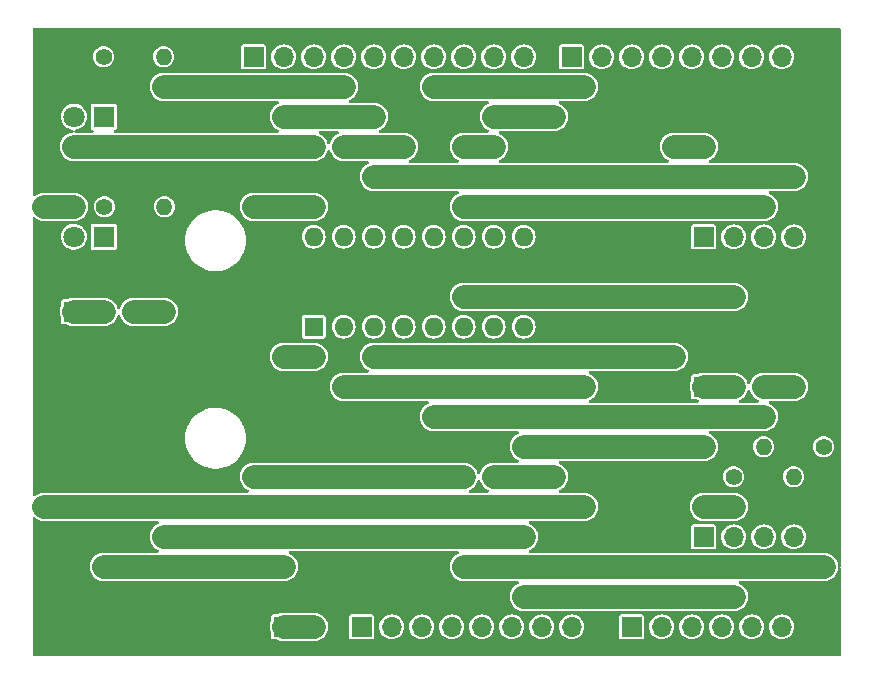
<source format=gtl>
G04 #@! TF.GenerationSoftware,KiCad,Pcbnew,8.0.6*
G04 #@! TF.CreationDate,2024-11-11T09:26:17+01:00*
G04 #@! TF.ProjectId,lmwb_lochraster_arduino_L293D,6c6d7762-5f6c-46f6-9368-726173746572,V.0.1*
G04 #@! TF.SameCoordinates,Original*
G04 #@! TF.FileFunction,Copper,L1,Top*
G04 #@! TF.FilePolarity,Positive*
%FSLAX46Y46*%
G04 Gerber Fmt 4.6, Leading zero omitted, Abs format (unit mm)*
G04 Created by KiCad (PCBNEW 8.0.6) date 2024-11-11 09:26:17*
%MOMM*%
%LPD*%
G01*
G04 APERTURE LIST*
G04 #@! TA.AperFunction,Conductor*
%ADD10C,0.150000*%
G04 #@! TD*
G04 #@! TA.AperFunction,ComponentPad*
%ADD11R,1.700000X1.700000*%
G04 #@! TD*
G04 #@! TA.AperFunction,ComponentPad*
%ADD12O,1.700000X1.700000*%
G04 #@! TD*
G04 #@! TA.AperFunction,ComponentPad*
%ADD13C,1.400000*%
G04 #@! TD*
G04 #@! TA.AperFunction,ComponentPad*
%ADD14O,1.400000X1.400000*%
G04 #@! TD*
G04 #@! TA.AperFunction,ComponentPad*
%ADD15R,1.600000X1.600000*%
G04 #@! TD*
G04 #@! TA.AperFunction,ComponentPad*
%ADD16O,1.600000X1.600000*%
G04 #@! TD*
G04 #@! TA.AperFunction,ComponentPad*
%ADD17R,1.800000X1.800000*%
G04 #@! TD*
G04 #@! TA.AperFunction,ComponentPad*
%ADD18C,1.800000*%
G04 #@! TD*
G04 #@! TA.AperFunction,ViaPad*
%ADD19C,0.800000*%
G04 #@! TD*
G04 #@! TA.AperFunction,Conductor*
%ADD20C,2.000000*%
G04 #@! TD*
G04 APERTURE END LIST*
D10*
X99060000Y-35560000D02*
X101600000Y-35560000D01*
D11*
X72644000Y-76200000D03*
D12*
X75184000Y-76200000D03*
X77724000Y-76200000D03*
X80264000Y-76200000D03*
X82804000Y-76200000D03*
X85344000Y-76200000D03*
X87884000Y-76200000D03*
X90424000Y-76200000D03*
D11*
X95504000Y-76200000D03*
D12*
X98044000Y-76200000D03*
X100584000Y-76200000D03*
X103124000Y-76200000D03*
X105664000Y-76200000D03*
X108204000Y-76200000D03*
D11*
X63500000Y-27940000D03*
D12*
X66040000Y-27940000D03*
X68580000Y-27940000D03*
X71120000Y-27940000D03*
X73660000Y-27940000D03*
X76200000Y-27940000D03*
X78740000Y-27940000D03*
X81280000Y-27940000D03*
X83820000Y-27940000D03*
X86360000Y-27940000D03*
D11*
X90424000Y-27940000D03*
D12*
X92964000Y-27940000D03*
X95504000Y-27940000D03*
X98044000Y-27940000D03*
X100584000Y-27940000D03*
X103124000Y-27940000D03*
X105664000Y-27940000D03*
X108204000Y-27940000D03*
D11*
X101600000Y-68580000D03*
D12*
X104140000Y-68580000D03*
X106680000Y-68580000D03*
X109220000Y-68580000D03*
D11*
X101600000Y-43180000D03*
D12*
X104140000Y-43180000D03*
X106679999Y-43180000D03*
X109220000Y-43180000D03*
D13*
X50850000Y-40640000D03*
D14*
X55929999Y-40640000D03*
D15*
X68580000Y-50800000D03*
D16*
X71120000Y-50800000D03*
X73659999Y-50800000D03*
X76200000Y-50800000D03*
X78740000Y-50800000D03*
X81280000Y-50800000D03*
X83820000Y-50800000D03*
X86360001Y-50800000D03*
X86360000Y-43180000D03*
X83820000Y-43180000D03*
X81280000Y-43180000D03*
X78740000Y-43180000D03*
X76200000Y-43180000D03*
X73660000Y-43180000D03*
X71120000Y-43180000D03*
X68580000Y-43180000D03*
D13*
X50800000Y-27940000D03*
D14*
X55879999Y-27940000D03*
D11*
X66040000Y-76200000D03*
D12*
X68580000Y-76200000D03*
D17*
X50800000Y-33020000D03*
D18*
X48260000Y-33020000D03*
D13*
X111760000Y-60960000D03*
D14*
X106680001Y-60960000D03*
D13*
X104140000Y-63500000D03*
D14*
X109220000Y-63500000D03*
D17*
X50800000Y-43180000D03*
D18*
X48260000Y-43180000D03*
D11*
X48260001Y-49530000D03*
D12*
X50800001Y-49530000D03*
X53340000Y-49530000D03*
X55880001Y-49530000D03*
D11*
X101600000Y-55880000D03*
D12*
X104140000Y-55880000D03*
X106679999Y-55880000D03*
X109220000Y-55880000D03*
D19*
X86360000Y-73660000D03*
X78740000Y-68580000D03*
X55880000Y-30480000D03*
X106680000Y-58420000D03*
X104140000Y-73660000D03*
X71120000Y-30480000D03*
X55880000Y-68580000D03*
X86360000Y-68580000D03*
X78740000Y-58420000D03*
X68580000Y-35560000D03*
X111760000Y-71120000D03*
X48260000Y-35560000D03*
X63500000Y-40640000D03*
X81280000Y-63500000D03*
X101600000Y-66040000D03*
X81280000Y-71120000D03*
X63500000Y-63500000D03*
X68580000Y-40640000D03*
X104140000Y-66040000D03*
X101600000Y-71120000D03*
X66040000Y-33020000D03*
X73660000Y-33020000D03*
X68580000Y-53340000D03*
X66040000Y-53340000D03*
X76200000Y-35560000D03*
X71120000Y-35560000D03*
X78740000Y-30480000D03*
X91440000Y-55880000D03*
X71120000Y-55880000D03*
X91440000Y-30480000D03*
X81280000Y-35560000D03*
X83820000Y-35560000D03*
X83820000Y-33020000D03*
X88900000Y-63500000D03*
X88900000Y-33020000D03*
X83820000Y-63500000D03*
X48260000Y-40640000D03*
X45778800Y-66040000D03*
X86360001Y-60960000D03*
X101600000Y-60960000D03*
X91440000Y-60960000D03*
X91440000Y-66040000D03*
X45778800Y-40640000D03*
X109220000Y-38100000D03*
X73660000Y-38100000D03*
X99060000Y-35560000D03*
X99060000Y-53340000D03*
X101600000Y-35560000D03*
X73659999Y-53339999D03*
X81280000Y-48260000D03*
X104140000Y-48260000D03*
X81280000Y-40640000D03*
X106680000Y-40640000D03*
X66040000Y-71120000D03*
X50800000Y-71120000D03*
D20*
X86360000Y-68580000D02*
X78740000Y-68580000D01*
X53340000Y-49530000D02*
X55880001Y-49530000D01*
X86360000Y-73660000D02*
X104140000Y-73660000D01*
X55880000Y-68580000D02*
X78740000Y-68580000D01*
X109220000Y-55880000D02*
X106679999Y-55880000D01*
X71120000Y-30480000D02*
X55880000Y-30480000D01*
X78740000Y-58420000D02*
X106680000Y-58420000D01*
X68580000Y-40640000D02*
X63500000Y-40640000D01*
X104140000Y-66040000D02*
X101600000Y-66040000D01*
X68580000Y-35560000D02*
X48260000Y-35560000D01*
X81280000Y-71120000D02*
X101600000Y-71120000D01*
X63500000Y-63500000D02*
X81280000Y-63500000D01*
X101600000Y-71120000D02*
X111760000Y-71120000D01*
X66040000Y-33020000D02*
X73660000Y-33020000D01*
X68580000Y-53340000D02*
X66040000Y-53340000D01*
X71120000Y-35560000D02*
X76200000Y-35560000D01*
X71120000Y-55880000D02*
X91440000Y-55880000D01*
X78740000Y-30480000D02*
X91440000Y-30480000D01*
X83820000Y-35560000D02*
X81280000Y-35560000D01*
X88900000Y-33020000D02*
X83820000Y-33020000D01*
X83820000Y-63500000D02*
X88900000Y-63500000D01*
X45778800Y-40640000D02*
X48260000Y-40640000D01*
X101600000Y-55880000D02*
X104140000Y-55880000D01*
X91440000Y-66040000D02*
X45778800Y-66040000D01*
X91440000Y-60960000D02*
X101600000Y-60960000D01*
X86360001Y-60960000D02*
X91440000Y-60960000D01*
X73660000Y-38100000D02*
X109220000Y-38100000D01*
X99060000Y-35560000D02*
X101600000Y-35560000D01*
X99060000Y-53340000D02*
X73660000Y-53340000D01*
X73660000Y-53340000D02*
X73659999Y-53339999D01*
X81280000Y-48260000D02*
X104140000Y-48260000D01*
X81280000Y-40640000D02*
X106680000Y-40640000D01*
X50800001Y-49530000D02*
X48260001Y-49530000D01*
X66040000Y-76200000D02*
X68580000Y-76200000D01*
X50800000Y-71120000D02*
X66040000Y-71120000D01*
G04 #@! TA.AperFunction,NonConductor*
G36*
X105464711Y-56146240D02*
G01*
X105516186Y-56193484D01*
X105527930Y-56219198D01*
X105567453Y-56340836D01*
X105644667Y-56492376D01*
X105653239Y-56509199D01*
X105764309Y-56662073D01*
X105897926Y-56795690D01*
X106050800Y-56906760D01*
X106147206Y-56955881D01*
X106204384Y-56985015D01*
X106255180Y-57032990D01*
X106271975Y-57100811D01*
X106249438Y-57166946D01*
X106194722Y-57210397D01*
X106148089Y-57219500D01*
X104671910Y-57219500D01*
X104604871Y-57199815D01*
X104559116Y-57147011D01*
X104549172Y-57077853D01*
X104578197Y-57014297D01*
X104615615Y-56985015D01*
X104650224Y-56967380D01*
X104769199Y-56906760D01*
X104922073Y-56795690D01*
X105055690Y-56662073D01*
X105166760Y-56509199D01*
X105252547Y-56340832D01*
X105292068Y-56219198D01*
X105331506Y-56161523D01*
X105395864Y-56134325D01*
X105464711Y-56146240D01*
G37*
G04 #@! TD.AperFunction*
G04 #@! TA.AperFunction,NonConductor*
G36*
X82604712Y-63766238D02*
G01*
X82656188Y-63813482D01*
X82667931Y-63839196D01*
X82707454Y-63960836D01*
X82793240Y-64129199D01*
X82904310Y-64282073D01*
X83037927Y-64415690D01*
X83190801Y-64526760D01*
X83287207Y-64575881D01*
X83344385Y-64605015D01*
X83395181Y-64652990D01*
X83411976Y-64720811D01*
X83389439Y-64786946D01*
X83334723Y-64830397D01*
X83288090Y-64839500D01*
X81811910Y-64839500D01*
X81744871Y-64819815D01*
X81699116Y-64767011D01*
X81689172Y-64697853D01*
X81718197Y-64634297D01*
X81755615Y-64605015D01*
X81790224Y-64587380D01*
X81909199Y-64526760D01*
X82062073Y-64415690D01*
X82195690Y-64282073D01*
X82306760Y-64129199D01*
X82392547Y-63960832D01*
X82432069Y-63839195D01*
X82471507Y-63781521D01*
X82535866Y-63754323D01*
X82604712Y-63766238D01*
G37*
G04 #@! TD.AperFunction*
G04 #@! TA.AperFunction,NonConductor*
G36*
X113151339Y-25494985D02*
G01*
X113197094Y-25547789D01*
X113208300Y-25599300D01*
X113208300Y-71018104D01*
X113188615Y-71085143D01*
X113147408Y-71120848D01*
X113172600Y-71134837D01*
X113205650Y-71196395D01*
X113208300Y-71221895D01*
X113208300Y-78540300D01*
X113188615Y-78607339D01*
X113135811Y-78653094D01*
X113084300Y-78664300D01*
X44903300Y-78664300D01*
X44836261Y-78644615D01*
X44790506Y-78591811D01*
X44779300Y-78540300D01*
X44779300Y-76105513D01*
X64839500Y-76105513D01*
X64839500Y-76294486D01*
X64869059Y-76481118D01*
X64927454Y-76660836D01*
X64975985Y-76756081D01*
X64989500Y-76812376D01*
X64989500Y-77069752D01*
X65001131Y-77128229D01*
X65001132Y-77128230D01*
X65045447Y-77194552D01*
X65111769Y-77238867D01*
X65111770Y-77238868D01*
X65170247Y-77250499D01*
X65170250Y-77250500D01*
X65170252Y-77250500D01*
X65427624Y-77250500D01*
X65483919Y-77264015D01*
X65579163Y-77312545D01*
X65579165Y-77312545D01*
X65579168Y-77312547D01*
X65675497Y-77343846D01*
X65758881Y-77370940D01*
X65945514Y-77400500D01*
X65945519Y-77400500D01*
X68674486Y-77400500D01*
X68861118Y-77370940D01*
X69040832Y-77312547D01*
X69209199Y-77226760D01*
X69362073Y-77115690D01*
X69495690Y-76982073D01*
X69606760Y-76829199D01*
X69692547Y-76660832D01*
X69750940Y-76481118D01*
X69762848Y-76405932D01*
X69780500Y-76294486D01*
X69780500Y-76105513D01*
X69750940Y-75918881D01*
X69692545Y-75739163D01*
X69630500Y-75617393D01*
X69606760Y-75570801D01*
X69495690Y-75417927D01*
X69408010Y-75330247D01*
X71593500Y-75330247D01*
X71593500Y-77069752D01*
X71605131Y-77128229D01*
X71605132Y-77128230D01*
X71649447Y-77194552D01*
X71715769Y-77238867D01*
X71715770Y-77238868D01*
X71774247Y-77250499D01*
X71774250Y-77250500D01*
X71774252Y-77250500D01*
X73513750Y-77250500D01*
X73513751Y-77250499D01*
X73528568Y-77247552D01*
X73572229Y-77238868D01*
X73572229Y-77238867D01*
X73572231Y-77238867D01*
X73638552Y-77194552D01*
X73682867Y-77128231D01*
X73682867Y-77128229D01*
X73682868Y-77128229D01*
X73694499Y-77069752D01*
X73694500Y-77069750D01*
X73694500Y-76200000D01*
X74128417Y-76200000D01*
X74148699Y-76405932D01*
X74178734Y-76504944D01*
X74208768Y-76603954D01*
X74306315Y-76786450D01*
X74306317Y-76786452D01*
X74437589Y-76946410D01*
X74481048Y-76982075D01*
X74597550Y-77077685D01*
X74780046Y-77175232D01*
X74978066Y-77235300D01*
X74978065Y-77235300D01*
X74996529Y-77237118D01*
X75184000Y-77255583D01*
X75389934Y-77235300D01*
X75587954Y-77175232D01*
X75770450Y-77077685D01*
X75930410Y-76946410D01*
X76061685Y-76786450D01*
X76159232Y-76603954D01*
X76219300Y-76405934D01*
X76239583Y-76200000D01*
X76668417Y-76200000D01*
X76688699Y-76405932D01*
X76718734Y-76504944D01*
X76748768Y-76603954D01*
X76846315Y-76786450D01*
X76846317Y-76786452D01*
X76977589Y-76946410D01*
X77021048Y-76982075D01*
X77137550Y-77077685D01*
X77320046Y-77175232D01*
X77518066Y-77235300D01*
X77518065Y-77235300D01*
X77536529Y-77237118D01*
X77724000Y-77255583D01*
X77929934Y-77235300D01*
X78127954Y-77175232D01*
X78310450Y-77077685D01*
X78470410Y-76946410D01*
X78601685Y-76786450D01*
X78699232Y-76603954D01*
X78759300Y-76405934D01*
X78779583Y-76200000D01*
X79208417Y-76200000D01*
X79228699Y-76405932D01*
X79258734Y-76504944D01*
X79288768Y-76603954D01*
X79386315Y-76786450D01*
X79386317Y-76786452D01*
X79517589Y-76946410D01*
X79561048Y-76982075D01*
X79677550Y-77077685D01*
X79860046Y-77175232D01*
X80058066Y-77235300D01*
X80058065Y-77235300D01*
X80076529Y-77237118D01*
X80264000Y-77255583D01*
X80469934Y-77235300D01*
X80667954Y-77175232D01*
X80850450Y-77077685D01*
X81010410Y-76946410D01*
X81141685Y-76786450D01*
X81239232Y-76603954D01*
X81299300Y-76405934D01*
X81319583Y-76200000D01*
X81748417Y-76200000D01*
X81768699Y-76405932D01*
X81798734Y-76504944D01*
X81828768Y-76603954D01*
X81926315Y-76786450D01*
X81926317Y-76786452D01*
X82057589Y-76946410D01*
X82101048Y-76982075D01*
X82217550Y-77077685D01*
X82400046Y-77175232D01*
X82598066Y-77235300D01*
X82598065Y-77235300D01*
X82616529Y-77237118D01*
X82804000Y-77255583D01*
X83009934Y-77235300D01*
X83207954Y-77175232D01*
X83390450Y-77077685D01*
X83550410Y-76946410D01*
X83681685Y-76786450D01*
X83779232Y-76603954D01*
X83839300Y-76405934D01*
X83859583Y-76200000D01*
X84288417Y-76200000D01*
X84308699Y-76405932D01*
X84338734Y-76504944D01*
X84368768Y-76603954D01*
X84466315Y-76786450D01*
X84466317Y-76786452D01*
X84597589Y-76946410D01*
X84641048Y-76982075D01*
X84757550Y-77077685D01*
X84940046Y-77175232D01*
X85138066Y-77235300D01*
X85138065Y-77235300D01*
X85156529Y-77237118D01*
X85344000Y-77255583D01*
X85549934Y-77235300D01*
X85747954Y-77175232D01*
X85930450Y-77077685D01*
X86090410Y-76946410D01*
X86221685Y-76786450D01*
X86319232Y-76603954D01*
X86379300Y-76405934D01*
X86399583Y-76200000D01*
X86828417Y-76200000D01*
X86848699Y-76405932D01*
X86878734Y-76504944D01*
X86908768Y-76603954D01*
X87006315Y-76786450D01*
X87006317Y-76786452D01*
X87137589Y-76946410D01*
X87181048Y-76982075D01*
X87297550Y-77077685D01*
X87480046Y-77175232D01*
X87678066Y-77235300D01*
X87678065Y-77235300D01*
X87696529Y-77237118D01*
X87884000Y-77255583D01*
X88089934Y-77235300D01*
X88287954Y-77175232D01*
X88470450Y-77077685D01*
X88630410Y-76946410D01*
X88761685Y-76786450D01*
X88859232Y-76603954D01*
X88919300Y-76405934D01*
X88939583Y-76200000D01*
X89368417Y-76200000D01*
X89388699Y-76405932D01*
X89418734Y-76504944D01*
X89448768Y-76603954D01*
X89546315Y-76786450D01*
X89546317Y-76786452D01*
X89677589Y-76946410D01*
X89721048Y-76982075D01*
X89837550Y-77077685D01*
X90020046Y-77175232D01*
X90218066Y-77235300D01*
X90218065Y-77235300D01*
X90236529Y-77237118D01*
X90424000Y-77255583D01*
X90629934Y-77235300D01*
X90827954Y-77175232D01*
X91010450Y-77077685D01*
X91170410Y-76946410D01*
X91301685Y-76786450D01*
X91399232Y-76603954D01*
X91459300Y-76405934D01*
X91479583Y-76200000D01*
X91459300Y-75994066D01*
X91399232Y-75796046D01*
X91301685Y-75613550D01*
X91249702Y-75550209D01*
X91170410Y-75453589D01*
X91020121Y-75330252D01*
X91020115Y-75330247D01*
X94453500Y-75330247D01*
X94453500Y-77069752D01*
X94465131Y-77128229D01*
X94465132Y-77128230D01*
X94509447Y-77194552D01*
X94575769Y-77238867D01*
X94575770Y-77238868D01*
X94634247Y-77250499D01*
X94634250Y-77250500D01*
X94634252Y-77250500D01*
X96373750Y-77250500D01*
X96373751Y-77250499D01*
X96388568Y-77247552D01*
X96432229Y-77238868D01*
X96432229Y-77238867D01*
X96432231Y-77238867D01*
X96498552Y-77194552D01*
X96542867Y-77128231D01*
X96542867Y-77128229D01*
X96542868Y-77128229D01*
X96554499Y-77069752D01*
X96554500Y-77069750D01*
X96554500Y-76200000D01*
X96988417Y-76200000D01*
X97008699Y-76405932D01*
X97038734Y-76504944D01*
X97068768Y-76603954D01*
X97166315Y-76786450D01*
X97166317Y-76786452D01*
X97297589Y-76946410D01*
X97341048Y-76982075D01*
X97457550Y-77077685D01*
X97640046Y-77175232D01*
X97838066Y-77235300D01*
X97838065Y-77235300D01*
X97856529Y-77237118D01*
X98044000Y-77255583D01*
X98249934Y-77235300D01*
X98447954Y-77175232D01*
X98630450Y-77077685D01*
X98790410Y-76946410D01*
X98921685Y-76786450D01*
X99019232Y-76603954D01*
X99079300Y-76405934D01*
X99099583Y-76200000D01*
X99528417Y-76200000D01*
X99548699Y-76405932D01*
X99578734Y-76504944D01*
X99608768Y-76603954D01*
X99706315Y-76786450D01*
X99706317Y-76786452D01*
X99837589Y-76946410D01*
X99881048Y-76982075D01*
X99997550Y-77077685D01*
X100180046Y-77175232D01*
X100378066Y-77235300D01*
X100378065Y-77235300D01*
X100396529Y-77237118D01*
X100584000Y-77255583D01*
X100789934Y-77235300D01*
X100987954Y-77175232D01*
X101170450Y-77077685D01*
X101330410Y-76946410D01*
X101461685Y-76786450D01*
X101559232Y-76603954D01*
X101619300Y-76405934D01*
X101639583Y-76200000D01*
X102068417Y-76200000D01*
X102088699Y-76405932D01*
X102118734Y-76504944D01*
X102148768Y-76603954D01*
X102246315Y-76786450D01*
X102246317Y-76786452D01*
X102377589Y-76946410D01*
X102421048Y-76982075D01*
X102537550Y-77077685D01*
X102720046Y-77175232D01*
X102918066Y-77235300D01*
X102918065Y-77235300D01*
X102936529Y-77237118D01*
X103124000Y-77255583D01*
X103329934Y-77235300D01*
X103527954Y-77175232D01*
X103710450Y-77077685D01*
X103870410Y-76946410D01*
X104001685Y-76786450D01*
X104099232Y-76603954D01*
X104159300Y-76405934D01*
X104179583Y-76200000D01*
X104608417Y-76200000D01*
X104628699Y-76405932D01*
X104658734Y-76504944D01*
X104688768Y-76603954D01*
X104786315Y-76786450D01*
X104786317Y-76786452D01*
X104917589Y-76946410D01*
X104961048Y-76982075D01*
X105077550Y-77077685D01*
X105260046Y-77175232D01*
X105458066Y-77235300D01*
X105458065Y-77235300D01*
X105476529Y-77237118D01*
X105664000Y-77255583D01*
X105869934Y-77235300D01*
X106067954Y-77175232D01*
X106250450Y-77077685D01*
X106410410Y-76946410D01*
X106541685Y-76786450D01*
X106639232Y-76603954D01*
X106699300Y-76405934D01*
X106719583Y-76200000D01*
X107148417Y-76200000D01*
X107168699Y-76405932D01*
X107198734Y-76504944D01*
X107228768Y-76603954D01*
X107326315Y-76786450D01*
X107326317Y-76786452D01*
X107457589Y-76946410D01*
X107501048Y-76982075D01*
X107617550Y-77077685D01*
X107800046Y-77175232D01*
X107998066Y-77235300D01*
X107998065Y-77235300D01*
X108016529Y-77237118D01*
X108204000Y-77255583D01*
X108409934Y-77235300D01*
X108607954Y-77175232D01*
X108790450Y-77077685D01*
X108950410Y-76946410D01*
X109081685Y-76786450D01*
X109179232Y-76603954D01*
X109239300Y-76405934D01*
X109259583Y-76200000D01*
X109239300Y-75994066D01*
X109179232Y-75796046D01*
X109081685Y-75613550D01*
X109029702Y-75550209D01*
X108950410Y-75453589D01*
X108800121Y-75330252D01*
X108790450Y-75322315D01*
X108607954Y-75224768D01*
X108409934Y-75164700D01*
X108409932Y-75164699D01*
X108409934Y-75164699D01*
X108204000Y-75144417D01*
X107998067Y-75164699D01*
X107800043Y-75224769D01*
X107712114Y-75271769D01*
X107617550Y-75322315D01*
X107617548Y-75322316D01*
X107617547Y-75322317D01*
X107457589Y-75453589D01*
X107326317Y-75613547D01*
X107228769Y-75796043D01*
X107168699Y-75994067D01*
X107148417Y-76200000D01*
X106719583Y-76200000D01*
X106699300Y-75994066D01*
X106639232Y-75796046D01*
X106541685Y-75613550D01*
X106489702Y-75550209D01*
X106410410Y-75453589D01*
X106260121Y-75330252D01*
X106250450Y-75322315D01*
X106067954Y-75224768D01*
X105869934Y-75164700D01*
X105869932Y-75164699D01*
X105869934Y-75164699D01*
X105664000Y-75144417D01*
X105458067Y-75164699D01*
X105260043Y-75224769D01*
X105172114Y-75271769D01*
X105077550Y-75322315D01*
X105077548Y-75322316D01*
X105077547Y-75322317D01*
X104917589Y-75453589D01*
X104786317Y-75613547D01*
X104688769Y-75796043D01*
X104628699Y-75994067D01*
X104608417Y-76200000D01*
X104179583Y-76200000D01*
X104159300Y-75994066D01*
X104099232Y-75796046D01*
X104001685Y-75613550D01*
X103949702Y-75550209D01*
X103870410Y-75453589D01*
X103720121Y-75330252D01*
X103710450Y-75322315D01*
X103527954Y-75224768D01*
X103329934Y-75164700D01*
X103329932Y-75164699D01*
X103329934Y-75164699D01*
X103124000Y-75144417D01*
X102918067Y-75164699D01*
X102720043Y-75224769D01*
X102632114Y-75271769D01*
X102537550Y-75322315D01*
X102537548Y-75322316D01*
X102537547Y-75322317D01*
X102377589Y-75453589D01*
X102246317Y-75613547D01*
X102148769Y-75796043D01*
X102088699Y-75994067D01*
X102068417Y-76200000D01*
X101639583Y-76200000D01*
X101619300Y-75994066D01*
X101559232Y-75796046D01*
X101461685Y-75613550D01*
X101409702Y-75550209D01*
X101330410Y-75453589D01*
X101180121Y-75330252D01*
X101170450Y-75322315D01*
X100987954Y-75224768D01*
X100789934Y-75164700D01*
X100789932Y-75164699D01*
X100789934Y-75164699D01*
X100584000Y-75144417D01*
X100378067Y-75164699D01*
X100180043Y-75224769D01*
X100092114Y-75271769D01*
X99997550Y-75322315D01*
X99997548Y-75322316D01*
X99997547Y-75322317D01*
X99837589Y-75453589D01*
X99706317Y-75613547D01*
X99608769Y-75796043D01*
X99548699Y-75994067D01*
X99528417Y-76200000D01*
X99099583Y-76200000D01*
X99079300Y-75994066D01*
X99019232Y-75796046D01*
X98921685Y-75613550D01*
X98869702Y-75550209D01*
X98790410Y-75453589D01*
X98640121Y-75330252D01*
X98630450Y-75322315D01*
X98447954Y-75224768D01*
X98249934Y-75164700D01*
X98249932Y-75164699D01*
X98249934Y-75164699D01*
X98044000Y-75144417D01*
X97838067Y-75164699D01*
X97640043Y-75224769D01*
X97552114Y-75271769D01*
X97457550Y-75322315D01*
X97457548Y-75322316D01*
X97457547Y-75322317D01*
X97297589Y-75453589D01*
X97166317Y-75613547D01*
X97068769Y-75796043D01*
X97008699Y-75994067D01*
X96988417Y-76200000D01*
X96554500Y-76200000D01*
X96554500Y-75330249D01*
X96554499Y-75330247D01*
X96542868Y-75271770D01*
X96542867Y-75271769D01*
X96498552Y-75205447D01*
X96432230Y-75161132D01*
X96432229Y-75161131D01*
X96373752Y-75149500D01*
X96373748Y-75149500D01*
X94634252Y-75149500D01*
X94634247Y-75149500D01*
X94575770Y-75161131D01*
X94575769Y-75161132D01*
X94509447Y-75205447D01*
X94465132Y-75271769D01*
X94465131Y-75271770D01*
X94453500Y-75330247D01*
X91020115Y-75330247D01*
X91010450Y-75322315D01*
X90827954Y-75224768D01*
X90629934Y-75164700D01*
X90629932Y-75164699D01*
X90629934Y-75164699D01*
X90424000Y-75144417D01*
X90218067Y-75164699D01*
X90020043Y-75224769D01*
X89932114Y-75271769D01*
X89837550Y-75322315D01*
X89837548Y-75322316D01*
X89837547Y-75322317D01*
X89677589Y-75453589D01*
X89546317Y-75613547D01*
X89448769Y-75796043D01*
X89388699Y-75994067D01*
X89368417Y-76200000D01*
X88939583Y-76200000D01*
X88919300Y-75994066D01*
X88859232Y-75796046D01*
X88761685Y-75613550D01*
X88709702Y-75550209D01*
X88630410Y-75453589D01*
X88480121Y-75330252D01*
X88470450Y-75322315D01*
X88287954Y-75224768D01*
X88089934Y-75164700D01*
X88089932Y-75164699D01*
X88089934Y-75164699D01*
X87884000Y-75144417D01*
X87678067Y-75164699D01*
X87480043Y-75224769D01*
X87392114Y-75271769D01*
X87297550Y-75322315D01*
X87297548Y-75322316D01*
X87297547Y-75322317D01*
X87137589Y-75453589D01*
X87006317Y-75613547D01*
X86908769Y-75796043D01*
X86848699Y-75994067D01*
X86828417Y-76200000D01*
X86399583Y-76200000D01*
X86379300Y-75994066D01*
X86319232Y-75796046D01*
X86221685Y-75613550D01*
X86169702Y-75550209D01*
X86090410Y-75453589D01*
X85940121Y-75330252D01*
X85930450Y-75322315D01*
X85747954Y-75224768D01*
X85549934Y-75164700D01*
X85549932Y-75164699D01*
X85549934Y-75164699D01*
X85344000Y-75144417D01*
X85138067Y-75164699D01*
X84940043Y-75224769D01*
X84852114Y-75271769D01*
X84757550Y-75322315D01*
X84757548Y-75322316D01*
X84757547Y-75322317D01*
X84597589Y-75453589D01*
X84466317Y-75613547D01*
X84368769Y-75796043D01*
X84308699Y-75994067D01*
X84288417Y-76200000D01*
X83859583Y-76200000D01*
X83839300Y-75994066D01*
X83779232Y-75796046D01*
X83681685Y-75613550D01*
X83629702Y-75550209D01*
X83550410Y-75453589D01*
X83400121Y-75330252D01*
X83390450Y-75322315D01*
X83207954Y-75224768D01*
X83009934Y-75164700D01*
X83009932Y-75164699D01*
X83009934Y-75164699D01*
X82804000Y-75144417D01*
X82598067Y-75164699D01*
X82400043Y-75224769D01*
X82312114Y-75271769D01*
X82217550Y-75322315D01*
X82217548Y-75322316D01*
X82217547Y-75322317D01*
X82057589Y-75453589D01*
X81926317Y-75613547D01*
X81828769Y-75796043D01*
X81768699Y-75994067D01*
X81748417Y-76200000D01*
X81319583Y-76200000D01*
X81299300Y-75994066D01*
X81239232Y-75796046D01*
X81141685Y-75613550D01*
X81089702Y-75550209D01*
X81010410Y-75453589D01*
X80860121Y-75330252D01*
X80850450Y-75322315D01*
X80667954Y-75224768D01*
X80469934Y-75164700D01*
X80469932Y-75164699D01*
X80469934Y-75164699D01*
X80264000Y-75144417D01*
X80058067Y-75164699D01*
X79860043Y-75224769D01*
X79772114Y-75271769D01*
X79677550Y-75322315D01*
X79677548Y-75322316D01*
X79677547Y-75322317D01*
X79517589Y-75453589D01*
X79386317Y-75613547D01*
X79288769Y-75796043D01*
X79228699Y-75994067D01*
X79208417Y-76200000D01*
X78779583Y-76200000D01*
X78759300Y-75994066D01*
X78699232Y-75796046D01*
X78601685Y-75613550D01*
X78549702Y-75550209D01*
X78470410Y-75453589D01*
X78320121Y-75330252D01*
X78310450Y-75322315D01*
X78127954Y-75224768D01*
X77929934Y-75164700D01*
X77929932Y-75164699D01*
X77929934Y-75164699D01*
X77724000Y-75144417D01*
X77518067Y-75164699D01*
X77320043Y-75224769D01*
X77232114Y-75271769D01*
X77137550Y-75322315D01*
X77137548Y-75322316D01*
X77137547Y-75322317D01*
X76977589Y-75453589D01*
X76846317Y-75613547D01*
X76748769Y-75796043D01*
X76688699Y-75994067D01*
X76668417Y-76200000D01*
X76239583Y-76200000D01*
X76219300Y-75994066D01*
X76159232Y-75796046D01*
X76061685Y-75613550D01*
X76009702Y-75550209D01*
X75930410Y-75453589D01*
X75780121Y-75330252D01*
X75770450Y-75322315D01*
X75587954Y-75224768D01*
X75389934Y-75164700D01*
X75389932Y-75164699D01*
X75389934Y-75164699D01*
X75184000Y-75144417D01*
X74978067Y-75164699D01*
X74780043Y-75224769D01*
X74692114Y-75271769D01*
X74597550Y-75322315D01*
X74597548Y-75322316D01*
X74597547Y-75322317D01*
X74437589Y-75453589D01*
X74306317Y-75613547D01*
X74208769Y-75796043D01*
X74148699Y-75994067D01*
X74128417Y-76200000D01*
X73694500Y-76200000D01*
X73694500Y-75330249D01*
X73694499Y-75330247D01*
X73682868Y-75271770D01*
X73682867Y-75271769D01*
X73638552Y-75205447D01*
X73572230Y-75161132D01*
X73572229Y-75161131D01*
X73513752Y-75149500D01*
X73513748Y-75149500D01*
X71774252Y-75149500D01*
X71774247Y-75149500D01*
X71715770Y-75161131D01*
X71715769Y-75161132D01*
X71649447Y-75205447D01*
X71605132Y-75271769D01*
X71605131Y-75271770D01*
X71593500Y-75330247D01*
X69408010Y-75330247D01*
X69362073Y-75284310D01*
X69209199Y-75173240D01*
X69185434Y-75161131D01*
X69040836Y-75087454D01*
X68861118Y-75029059D01*
X68674486Y-74999500D01*
X68674481Y-74999500D01*
X65945519Y-74999500D01*
X65945514Y-74999500D01*
X65758881Y-75029059D01*
X65579163Y-75087454D01*
X65483919Y-75135985D01*
X65427624Y-75149500D01*
X65170247Y-75149500D01*
X65111770Y-75161131D01*
X65111769Y-75161132D01*
X65045447Y-75205447D01*
X65001132Y-75271769D01*
X65001131Y-75271770D01*
X64989500Y-75330247D01*
X64989500Y-75587623D01*
X64975985Y-75643918D01*
X64927454Y-75739163D01*
X64869059Y-75918881D01*
X64839500Y-76105513D01*
X44779300Y-76105513D01*
X44779300Y-67037625D01*
X44798985Y-66970586D01*
X44851789Y-66924831D01*
X44920947Y-66914887D01*
X44984503Y-66943912D01*
X44990981Y-66949944D01*
X44996727Y-66955690D01*
X45149601Y-67066760D01*
X45229147Y-67107290D01*
X45317963Y-67152545D01*
X45317965Y-67152545D01*
X45317968Y-67152547D01*
X45414297Y-67183846D01*
X45497681Y-67210940D01*
X45684314Y-67240500D01*
X55348090Y-67240500D01*
X55415129Y-67260185D01*
X55460884Y-67312989D01*
X55470828Y-67382147D01*
X55441803Y-67445703D01*
X55404385Y-67474985D01*
X55250800Y-67553240D01*
X55179879Y-67604768D01*
X55097927Y-67664310D01*
X55097925Y-67664312D01*
X55097924Y-67664312D01*
X54964312Y-67797924D01*
X54964312Y-67797925D01*
X54964310Y-67797927D01*
X54938400Y-67833589D01*
X54853240Y-67950800D01*
X54767454Y-68119163D01*
X54709059Y-68298881D01*
X54679500Y-68485513D01*
X54679500Y-68674486D01*
X54709059Y-68861118D01*
X54767454Y-69040836D01*
X54831458Y-69166450D01*
X54853240Y-69209199D01*
X54964310Y-69362073D01*
X55097927Y-69495690D01*
X55250801Y-69606760D01*
X55297392Y-69630499D01*
X55404385Y-69685015D01*
X55455181Y-69732990D01*
X55471976Y-69800811D01*
X55449439Y-69866946D01*
X55394723Y-69910397D01*
X55348090Y-69919500D01*
X50705514Y-69919500D01*
X50518881Y-69949059D01*
X50339163Y-70007454D01*
X50170800Y-70093240D01*
X50083579Y-70156610D01*
X50017927Y-70204310D01*
X50017925Y-70204312D01*
X50017924Y-70204312D01*
X49884312Y-70337924D01*
X49884312Y-70337925D01*
X49884310Y-70337927D01*
X49836610Y-70403579D01*
X49773240Y-70490800D01*
X49687454Y-70659163D01*
X49629059Y-70838881D01*
X49599500Y-71025513D01*
X49599500Y-71214486D01*
X49629059Y-71401118D01*
X49687454Y-71580836D01*
X49773240Y-71749199D01*
X49884310Y-71902073D01*
X50017927Y-72035690D01*
X50170801Y-72146760D01*
X50250347Y-72187290D01*
X50339163Y-72232545D01*
X50339165Y-72232545D01*
X50339168Y-72232547D01*
X50435497Y-72263846D01*
X50518881Y-72290940D01*
X50705514Y-72320500D01*
X50705519Y-72320500D01*
X66134486Y-72320500D01*
X66321118Y-72290940D01*
X66500832Y-72232547D01*
X66669199Y-72146760D01*
X66822073Y-72035690D01*
X66955690Y-71902073D01*
X67066760Y-71749199D01*
X67152547Y-71580832D01*
X67210940Y-71401118D01*
X67240500Y-71214486D01*
X67240500Y-71025513D01*
X67210940Y-70838881D01*
X67152545Y-70659163D01*
X67066759Y-70490800D01*
X66955690Y-70337927D01*
X66822073Y-70204310D01*
X66669199Y-70093240D01*
X66515615Y-70014985D01*
X66464819Y-69967010D01*
X66448024Y-69899189D01*
X66470561Y-69833054D01*
X66525277Y-69789603D01*
X66571910Y-69780500D01*
X80748090Y-69780500D01*
X80815129Y-69800185D01*
X80860884Y-69852989D01*
X80870828Y-69922147D01*
X80841803Y-69985703D01*
X80804385Y-70014985D01*
X80650800Y-70093240D01*
X80563579Y-70156610D01*
X80497927Y-70204310D01*
X80497925Y-70204312D01*
X80497924Y-70204312D01*
X80364312Y-70337924D01*
X80364312Y-70337925D01*
X80364310Y-70337927D01*
X80316610Y-70403579D01*
X80253240Y-70490800D01*
X80167454Y-70659163D01*
X80109059Y-70838881D01*
X80079500Y-71025513D01*
X80079500Y-71214486D01*
X80109059Y-71401118D01*
X80167454Y-71580836D01*
X80253240Y-71749199D01*
X80364310Y-71902073D01*
X80497927Y-72035690D01*
X80650801Y-72146760D01*
X80730347Y-72187290D01*
X80819163Y-72232545D01*
X80819165Y-72232545D01*
X80819168Y-72232547D01*
X80915497Y-72263846D01*
X80998881Y-72290940D01*
X81185514Y-72320500D01*
X85828090Y-72320500D01*
X85895129Y-72340185D01*
X85940884Y-72392989D01*
X85950828Y-72462147D01*
X85921803Y-72525703D01*
X85884385Y-72554985D01*
X85730800Y-72633240D01*
X85643579Y-72696610D01*
X85577927Y-72744310D01*
X85577925Y-72744312D01*
X85577924Y-72744312D01*
X85444312Y-72877924D01*
X85444312Y-72877925D01*
X85444310Y-72877927D01*
X85396610Y-72943579D01*
X85333240Y-73030800D01*
X85247454Y-73199163D01*
X85189059Y-73378881D01*
X85159500Y-73565513D01*
X85159500Y-73754486D01*
X85189059Y-73941118D01*
X85247454Y-74120836D01*
X85333240Y-74289199D01*
X85444310Y-74442073D01*
X85577927Y-74575690D01*
X85730801Y-74686760D01*
X85810347Y-74727290D01*
X85899163Y-74772545D01*
X85899165Y-74772545D01*
X85899168Y-74772547D01*
X85995497Y-74803846D01*
X86078881Y-74830940D01*
X86265514Y-74860500D01*
X86265519Y-74860500D01*
X104234486Y-74860500D01*
X104421118Y-74830940D01*
X104600832Y-74772547D01*
X104769199Y-74686760D01*
X104922073Y-74575690D01*
X105055690Y-74442073D01*
X105166760Y-74289199D01*
X105252547Y-74120832D01*
X105310940Y-73941118D01*
X105340500Y-73754486D01*
X105340500Y-73565513D01*
X105310940Y-73378881D01*
X105252545Y-73199163D01*
X105166759Y-73030800D01*
X105055690Y-72877927D01*
X104922073Y-72744310D01*
X104769199Y-72633240D01*
X104615615Y-72554985D01*
X104564819Y-72507010D01*
X104548024Y-72439189D01*
X104570561Y-72373054D01*
X104625277Y-72329603D01*
X104671910Y-72320500D01*
X111854486Y-72320500D01*
X112041118Y-72290940D01*
X112220832Y-72232547D01*
X112389199Y-72146760D01*
X112542073Y-72035690D01*
X112675690Y-71902073D01*
X112786760Y-71749199D01*
X112872547Y-71580832D01*
X112930940Y-71401118D01*
X112959326Y-71221895D01*
X112960500Y-71214484D01*
X112960682Y-71212174D01*
X112960997Y-71211346D01*
X112961263Y-71209669D01*
X112961615Y-71209724D01*
X112985561Y-71146884D01*
X113021628Y-71120280D01*
X113003097Y-71111817D01*
X112965323Y-71053039D01*
X112960682Y-71027827D01*
X112960500Y-71025514D01*
X112930940Y-70838881D01*
X112872545Y-70659163D01*
X112786759Y-70490800D01*
X112675690Y-70337927D01*
X112542073Y-70204310D01*
X112389199Y-70093240D01*
X112220836Y-70007454D01*
X112041118Y-69949059D01*
X111854486Y-69919500D01*
X111854481Y-69919500D01*
X101694481Y-69919500D01*
X86891910Y-69919500D01*
X86824871Y-69899815D01*
X86779116Y-69847011D01*
X86769172Y-69777853D01*
X86798197Y-69714297D01*
X86835615Y-69685015D01*
X86870224Y-69667380D01*
X86989199Y-69606760D01*
X87142073Y-69495690D01*
X87275690Y-69362073D01*
X87386760Y-69209199D01*
X87472547Y-69040832D01*
X87530940Y-68861118D01*
X87542848Y-68785932D01*
X87560500Y-68674486D01*
X87560500Y-68485513D01*
X87530940Y-68298881D01*
X87472545Y-68119163D01*
X87427290Y-68030347D01*
X87386760Y-67950801D01*
X87275690Y-67797927D01*
X87188010Y-67710247D01*
X100549500Y-67710247D01*
X100549500Y-69449752D01*
X100561131Y-69508229D01*
X100561132Y-69508230D01*
X100605447Y-69574552D01*
X100671769Y-69618867D01*
X100671770Y-69618868D01*
X100730247Y-69630499D01*
X100730250Y-69630500D01*
X100730252Y-69630500D01*
X102469750Y-69630500D01*
X102469751Y-69630499D01*
X102484568Y-69627552D01*
X102528229Y-69618868D01*
X102528229Y-69618867D01*
X102528231Y-69618867D01*
X102594552Y-69574552D01*
X102638867Y-69508231D01*
X102638867Y-69508229D01*
X102638868Y-69508229D01*
X102650499Y-69449752D01*
X102650500Y-69449750D01*
X102650500Y-68580000D01*
X103084417Y-68580000D01*
X103104699Y-68785932D01*
X103134734Y-68884944D01*
X103164768Y-68983954D01*
X103262315Y-69166450D01*
X103262317Y-69166452D01*
X103393589Y-69326410D01*
X103437048Y-69362075D01*
X103553550Y-69457685D01*
X103736046Y-69555232D01*
X103934066Y-69615300D01*
X103934065Y-69615300D01*
X103952529Y-69617118D01*
X104140000Y-69635583D01*
X104345934Y-69615300D01*
X104543954Y-69555232D01*
X104726450Y-69457685D01*
X104886410Y-69326410D01*
X105017685Y-69166450D01*
X105115232Y-68983954D01*
X105175300Y-68785934D01*
X105195583Y-68580000D01*
X105624417Y-68580000D01*
X105644699Y-68785932D01*
X105674734Y-68884944D01*
X105704768Y-68983954D01*
X105802315Y-69166450D01*
X105802317Y-69166452D01*
X105933589Y-69326410D01*
X105977048Y-69362075D01*
X106093550Y-69457685D01*
X106276046Y-69555232D01*
X106474066Y-69615300D01*
X106474065Y-69615300D01*
X106492529Y-69617118D01*
X106680000Y-69635583D01*
X106885934Y-69615300D01*
X107083954Y-69555232D01*
X107266450Y-69457685D01*
X107426410Y-69326410D01*
X107557685Y-69166450D01*
X107655232Y-68983954D01*
X107715300Y-68785934D01*
X107735583Y-68580000D01*
X108164417Y-68580000D01*
X108184699Y-68785932D01*
X108214734Y-68884944D01*
X108244768Y-68983954D01*
X108342315Y-69166450D01*
X108342317Y-69166452D01*
X108473589Y-69326410D01*
X108517048Y-69362075D01*
X108633550Y-69457685D01*
X108816046Y-69555232D01*
X109014066Y-69615300D01*
X109014065Y-69615300D01*
X109032529Y-69617118D01*
X109220000Y-69635583D01*
X109425934Y-69615300D01*
X109623954Y-69555232D01*
X109806450Y-69457685D01*
X109966410Y-69326410D01*
X110097685Y-69166450D01*
X110195232Y-68983954D01*
X110255300Y-68785934D01*
X110275583Y-68580000D01*
X110255300Y-68374066D01*
X110195232Y-68176046D01*
X110097685Y-67993550D01*
X110045702Y-67930209D01*
X109966410Y-67833589D01*
X109816121Y-67710252D01*
X109806450Y-67702315D01*
X109623954Y-67604768D01*
X109425934Y-67544700D01*
X109425932Y-67544699D01*
X109425934Y-67544699D01*
X109220000Y-67524417D01*
X109014067Y-67544699D01*
X108816043Y-67604769D01*
X108728114Y-67651769D01*
X108633550Y-67702315D01*
X108633548Y-67702316D01*
X108633547Y-67702317D01*
X108473589Y-67833589D01*
X108342317Y-67993547D01*
X108244769Y-68176043D01*
X108184699Y-68374067D01*
X108164417Y-68580000D01*
X107735583Y-68580000D01*
X107715300Y-68374066D01*
X107655232Y-68176046D01*
X107557685Y-67993550D01*
X107505702Y-67930209D01*
X107426410Y-67833589D01*
X107276121Y-67710252D01*
X107266450Y-67702315D01*
X107083954Y-67604768D01*
X106885934Y-67544700D01*
X106885932Y-67544699D01*
X106885934Y-67544699D01*
X106680000Y-67524417D01*
X106474067Y-67544699D01*
X106276043Y-67604769D01*
X106188114Y-67651769D01*
X106093550Y-67702315D01*
X106093548Y-67702316D01*
X106093547Y-67702317D01*
X105933589Y-67833589D01*
X105802317Y-67993547D01*
X105704769Y-68176043D01*
X105644699Y-68374067D01*
X105624417Y-68580000D01*
X105195583Y-68580000D01*
X105175300Y-68374066D01*
X105115232Y-68176046D01*
X105017685Y-67993550D01*
X104965702Y-67930209D01*
X104886410Y-67833589D01*
X104736121Y-67710252D01*
X104726450Y-67702315D01*
X104543954Y-67604768D01*
X104345934Y-67544700D01*
X104345932Y-67544699D01*
X104345934Y-67544699D01*
X104140000Y-67524417D01*
X103934067Y-67544699D01*
X103736043Y-67604769D01*
X103648114Y-67651769D01*
X103553550Y-67702315D01*
X103553548Y-67702316D01*
X103553547Y-67702317D01*
X103393589Y-67833589D01*
X103262317Y-67993547D01*
X103164769Y-68176043D01*
X103104699Y-68374067D01*
X103084417Y-68580000D01*
X102650500Y-68580000D01*
X102650500Y-67710249D01*
X102650499Y-67710247D01*
X102638868Y-67651770D01*
X102638867Y-67651769D01*
X102594552Y-67585447D01*
X102528230Y-67541132D01*
X102528229Y-67541131D01*
X102469752Y-67529500D01*
X102469748Y-67529500D01*
X100730252Y-67529500D01*
X100730247Y-67529500D01*
X100671770Y-67541131D01*
X100671769Y-67541132D01*
X100605447Y-67585447D01*
X100561132Y-67651769D01*
X100561131Y-67651770D01*
X100549500Y-67710247D01*
X87188010Y-67710247D01*
X87142073Y-67664310D01*
X86989199Y-67553240D01*
X86965434Y-67541131D01*
X86835615Y-67474985D01*
X86784819Y-67427010D01*
X86768024Y-67359189D01*
X86790561Y-67293054D01*
X86845277Y-67249603D01*
X86891910Y-67240500D01*
X91534486Y-67240500D01*
X91721118Y-67210940D01*
X91900832Y-67152547D01*
X92069199Y-67066760D01*
X92222073Y-66955690D01*
X92355690Y-66822073D01*
X92466760Y-66669199D01*
X92552547Y-66500832D01*
X92610940Y-66321118D01*
X92640500Y-66134486D01*
X92640500Y-65945513D01*
X100399500Y-65945513D01*
X100399500Y-66134486D01*
X100429059Y-66321118D01*
X100487454Y-66500836D01*
X100573240Y-66669199D01*
X100684310Y-66822073D01*
X100817927Y-66955690D01*
X100970801Y-67066760D01*
X101050347Y-67107290D01*
X101139163Y-67152545D01*
X101139165Y-67152545D01*
X101139168Y-67152547D01*
X101235497Y-67183846D01*
X101318881Y-67210940D01*
X101505514Y-67240500D01*
X101505519Y-67240500D01*
X104234486Y-67240500D01*
X104421118Y-67210940D01*
X104600832Y-67152547D01*
X104769199Y-67066760D01*
X104922073Y-66955690D01*
X105055690Y-66822073D01*
X105166760Y-66669199D01*
X105252547Y-66500832D01*
X105310940Y-66321118D01*
X105340500Y-66134486D01*
X105340500Y-65945513D01*
X105310940Y-65758881D01*
X105252545Y-65579163D01*
X105166759Y-65410800D01*
X105055690Y-65257927D01*
X104922073Y-65124310D01*
X104769199Y-65013240D01*
X104600836Y-64927454D01*
X104421118Y-64869059D01*
X104234486Y-64839500D01*
X104234481Y-64839500D01*
X101505519Y-64839500D01*
X101505514Y-64839500D01*
X101318881Y-64869059D01*
X101139163Y-64927454D01*
X100970800Y-65013240D01*
X100883579Y-65076610D01*
X100817927Y-65124310D01*
X100817925Y-65124312D01*
X100817924Y-65124312D01*
X100684312Y-65257924D01*
X100684312Y-65257925D01*
X100684310Y-65257927D01*
X100636610Y-65323579D01*
X100573240Y-65410800D01*
X100487454Y-65579163D01*
X100429059Y-65758881D01*
X100399500Y-65945513D01*
X92640500Y-65945513D01*
X92610940Y-65758881D01*
X92552545Y-65579163D01*
X92466759Y-65410800D01*
X92355690Y-65257927D01*
X92222073Y-65124310D01*
X92069199Y-65013240D01*
X91900836Y-64927454D01*
X91721118Y-64869059D01*
X91534486Y-64839500D01*
X91534481Y-64839500D01*
X89431910Y-64839500D01*
X89364871Y-64819815D01*
X89319116Y-64767011D01*
X89309172Y-64697853D01*
X89338197Y-64634297D01*
X89375615Y-64605015D01*
X89410224Y-64587380D01*
X89529199Y-64526760D01*
X89682073Y-64415690D01*
X89815690Y-64282073D01*
X89926760Y-64129199D01*
X90012547Y-63960832D01*
X90070940Y-63781118D01*
X90075184Y-63754323D01*
X90100500Y-63594486D01*
X90100500Y-63500000D01*
X103234540Y-63500000D01*
X103254326Y-63688256D01*
X103254327Y-63688259D01*
X103312818Y-63868277D01*
X103312821Y-63868284D01*
X103407467Y-64032216D01*
X103494791Y-64129199D01*
X103534129Y-64172888D01*
X103687265Y-64284148D01*
X103687270Y-64284151D01*
X103860192Y-64361142D01*
X103860197Y-64361144D01*
X104045354Y-64400500D01*
X104045355Y-64400500D01*
X104234644Y-64400500D01*
X104234646Y-64400500D01*
X104419803Y-64361144D01*
X104592730Y-64284151D01*
X104745871Y-64172888D01*
X104872533Y-64032216D01*
X104967179Y-63868284D01*
X105025674Y-63688256D01*
X105045460Y-63500000D01*
X108314540Y-63500000D01*
X108334326Y-63688256D01*
X108334327Y-63688259D01*
X108392818Y-63868277D01*
X108392821Y-63868284D01*
X108487467Y-64032216D01*
X108574791Y-64129199D01*
X108614129Y-64172888D01*
X108767265Y-64284148D01*
X108767270Y-64284151D01*
X108940192Y-64361142D01*
X108940197Y-64361144D01*
X109125354Y-64400500D01*
X109125355Y-64400500D01*
X109314644Y-64400500D01*
X109314646Y-64400500D01*
X109499803Y-64361144D01*
X109672730Y-64284151D01*
X109825871Y-64172888D01*
X109952533Y-64032216D01*
X110047179Y-63868284D01*
X110105674Y-63688256D01*
X110125460Y-63500000D01*
X110105674Y-63311744D01*
X110047179Y-63131716D01*
X109952533Y-62967784D01*
X109825871Y-62827112D01*
X109825870Y-62827111D01*
X109672734Y-62715851D01*
X109672729Y-62715848D01*
X109499807Y-62638857D01*
X109499802Y-62638855D01*
X109354001Y-62607865D01*
X109314646Y-62599500D01*
X109125354Y-62599500D01*
X109092897Y-62606398D01*
X108940197Y-62638855D01*
X108940192Y-62638857D01*
X108767270Y-62715848D01*
X108767265Y-62715851D01*
X108614129Y-62827111D01*
X108487466Y-62967785D01*
X108392821Y-63131715D01*
X108392818Y-63131722D01*
X108334327Y-63311740D01*
X108334326Y-63311744D01*
X108314540Y-63500000D01*
X105045460Y-63500000D01*
X105025674Y-63311744D01*
X104967179Y-63131716D01*
X104872533Y-62967784D01*
X104745871Y-62827112D01*
X104745870Y-62827111D01*
X104592734Y-62715851D01*
X104592729Y-62715848D01*
X104419807Y-62638857D01*
X104419802Y-62638855D01*
X104274001Y-62607865D01*
X104234646Y-62599500D01*
X104045354Y-62599500D01*
X104012897Y-62606398D01*
X103860197Y-62638855D01*
X103860192Y-62638857D01*
X103687270Y-62715848D01*
X103687265Y-62715851D01*
X103534129Y-62827111D01*
X103407466Y-62967785D01*
X103312821Y-63131715D01*
X103312818Y-63131722D01*
X103254327Y-63311740D01*
X103254326Y-63311744D01*
X103234540Y-63500000D01*
X90100500Y-63500000D01*
X90100500Y-63405513D01*
X90070940Y-63218881D01*
X90012545Y-63039163D01*
X89926759Y-62870800D01*
X89815690Y-62717927D01*
X89682073Y-62584310D01*
X89529199Y-62473240D01*
X89422468Y-62418858D01*
X89375615Y-62394985D01*
X89324819Y-62347010D01*
X89308024Y-62279189D01*
X89330561Y-62213054D01*
X89385277Y-62169603D01*
X89431910Y-62160500D01*
X101694486Y-62160500D01*
X101881118Y-62130940D01*
X102060832Y-62072547D01*
X102229199Y-61986760D01*
X102382073Y-61875690D01*
X102515690Y-61742073D01*
X102626760Y-61589199D01*
X102712547Y-61420832D01*
X102770940Y-61241118D01*
X102779039Y-61189985D01*
X102800500Y-61054486D01*
X102800500Y-60960000D01*
X105774541Y-60960000D01*
X105794327Y-61148256D01*
X105794328Y-61148259D01*
X105852819Y-61328277D01*
X105852822Y-61328284D01*
X105947468Y-61492216D01*
X106034792Y-61589199D01*
X106074130Y-61632888D01*
X106227266Y-61744148D01*
X106227271Y-61744151D01*
X106400193Y-61821142D01*
X106400198Y-61821144D01*
X106585355Y-61860500D01*
X106585356Y-61860500D01*
X106774645Y-61860500D01*
X106774647Y-61860500D01*
X106959804Y-61821144D01*
X107132731Y-61744151D01*
X107285872Y-61632888D01*
X107412534Y-61492216D01*
X107507180Y-61328284D01*
X107565675Y-61148256D01*
X107585461Y-60960000D01*
X110854540Y-60960000D01*
X110874326Y-61148256D01*
X110874327Y-61148259D01*
X110932818Y-61328277D01*
X110932821Y-61328284D01*
X111027467Y-61492216D01*
X111114791Y-61589199D01*
X111154129Y-61632888D01*
X111307265Y-61744148D01*
X111307270Y-61744151D01*
X111480192Y-61821142D01*
X111480197Y-61821144D01*
X111665354Y-61860500D01*
X111665355Y-61860500D01*
X111854644Y-61860500D01*
X111854646Y-61860500D01*
X112039803Y-61821144D01*
X112212730Y-61744151D01*
X112365871Y-61632888D01*
X112492533Y-61492216D01*
X112587179Y-61328284D01*
X112645674Y-61148256D01*
X112665460Y-60960000D01*
X112645674Y-60771744D01*
X112587179Y-60591716D01*
X112492533Y-60427784D01*
X112365871Y-60287112D01*
X112301027Y-60240000D01*
X112212734Y-60175851D01*
X112212729Y-60175848D01*
X112039807Y-60098857D01*
X112039802Y-60098855D01*
X111894001Y-60067865D01*
X111854646Y-60059500D01*
X111665354Y-60059500D01*
X111632897Y-60066398D01*
X111480197Y-60098855D01*
X111480192Y-60098857D01*
X111307270Y-60175848D01*
X111307265Y-60175851D01*
X111154129Y-60287111D01*
X111027466Y-60427785D01*
X110932821Y-60591715D01*
X110932818Y-60591722D01*
X110874327Y-60771740D01*
X110874326Y-60771744D01*
X110854540Y-60960000D01*
X107585461Y-60960000D01*
X107565675Y-60771744D01*
X107507180Y-60591716D01*
X107412534Y-60427784D01*
X107285872Y-60287112D01*
X107221028Y-60240000D01*
X107132735Y-60175851D01*
X107132730Y-60175848D01*
X106959808Y-60098857D01*
X106959803Y-60098855D01*
X106814002Y-60067865D01*
X106774647Y-60059500D01*
X106585355Y-60059500D01*
X106552898Y-60066398D01*
X106400198Y-60098855D01*
X106400193Y-60098857D01*
X106227271Y-60175848D01*
X106227266Y-60175851D01*
X106074130Y-60287111D01*
X105947467Y-60427785D01*
X105852822Y-60591715D01*
X105852819Y-60591722D01*
X105794328Y-60771740D01*
X105794327Y-60771744D01*
X105774541Y-60960000D01*
X102800500Y-60960000D01*
X102800500Y-60865513D01*
X102770940Y-60678881D01*
X102733425Y-60563423D01*
X102712547Y-60499168D01*
X102712545Y-60499165D01*
X102712545Y-60499163D01*
X102626759Y-60330800D01*
X102515690Y-60177927D01*
X102382073Y-60044310D01*
X102229199Y-59933240D01*
X102196474Y-59916566D01*
X102075615Y-59854985D01*
X102024819Y-59807010D01*
X102008024Y-59739189D01*
X102030561Y-59673054D01*
X102085277Y-59629603D01*
X102131910Y-59620500D01*
X106774486Y-59620500D01*
X106961118Y-59590940D01*
X107140832Y-59532547D01*
X107309199Y-59446760D01*
X107462073Y-59335690D01*
X107595690Y-59202073D01*
X107706760Y-59049199D01*
X107792547Y-58880832D01*
X107850940Y-58701118D01*
X107870073Y-58580316D01*
X107880500Y-58514486D01*
X107880500Y-58325513D01*
X107850940Y-58138881D01*
X107792545Y-57959163D01*
X107706759Y-57790800D01*
X107703062Y-57785711D01*
X107595690Y-57637927D01*
X107462073Y-57504310D01*
X107309199Y-57393240D01*
X107155615Y-57314985D01*
X107104819Y-57267010D01*
X107088024Y-57199189D01*
X107110561Y-57133054D01*
X107165277Y-57089603D01*
X107211910Y-57080500D01*
X109314486Y-57080500D01*
X109501118Y-57050940D01*
X109680832Y-56992547D01*
X109849199Y-56906760D01*
X110002073Y-56795690D01*
X110135690Y-56662073D01*
X110246760Y-56509199D01*
X110332547Y-56340832D01*
X110390940Y-56161118D01*
X110395184Y-56134325D01*
X110420500Y-55974486D01*
X110420500Y-55785513D01*
X110390940Y-55598881D01*
X110332545Y-55419163D01*
X110246759Y-55250800D01*
X110135690Y-55097927D01*
X110002073Y-54964310D01*
X109849199Y-54853240D01*
X109825434Y-54841131D01*
X109680836Y-54767454D01*
X109501118Y-54709059D01*
X109314486Y-54679500D01*
X109314481Y-54679500D01*
X106585518Y-54679500D01*
X106585513Y-54679500D01*
X106398880Y-54709059D01*
X106219162Y-54767454D01*
X106050799Y-54853240D01*
X105963578Y-54916610D01*
X105897926Y-54964310D01*
X105897924Y-54964312D01*
X105897923Y-54964312D01*
X105764311Y-55097924D01*
X105764311Y-55097925D01*
X105764309Y-55097927D01*
X105716609Y-55163579D01*
X105653239Y-55250800D01*
X105567454Y-55419162D01*
X105527930Y-55540802D01*
X105488491Y-55598477D01*
X105424132Y-55625674D01*
X105355286Y-55613759D01*
X105303811Y-55566514D01*
X105292068Y-55540802D01*
X105252547Y-55419168D01*
X105252545Y-55419165D01*
X105252545Y-55419163D01*
X105166759Y-55250800D01*
X105055690Y-55097927D01*
X104922073Y-54964310D01*
X104769199Y-54853240D01*
X104745434Y-54841131D01*
X104600836Y-54767454D01*
X104421118Y-54709059D01*
X104234486Y-54679500D01*
X104234481Y-54679500D01*
X101505519Y-54679500D01*
X101505514Y-54679500D01*
X101318881Y-54709059D01*
X101139163Y-54767454D01*
X101043919Y-54815985D01*
X100987624Y-54829500D01*
X100730247Y-54829500D01*
X100671770Y-54841131D01*
X100671769Y-54841132D01*
X100605447Y-54885447D01*
X100561132Y-54951769D01*
X100561131Y-54951770D01*
X100549500Y-55010247D01*
X100549500Y-55267623D01*
X100535985Y-55323918D01*
X100487454Y-55419163D01*
X100429059Y-55598881D01*
X100399500Y-55785513D01*
X100399500Y-55974486D01*
X100429059Y-56161118D01*
X100487454Y-56340836D01*
X100535985Y-56436081D01*
X100549500Y-56492376D01*
X100549500Y-56749752D01*
X100561131Y-56808229D01*
X100561132Y-56808230D01*
X100605447Y-56874552D01*
X100671769Y-56918867D01*
X100671770Y-56918868D01*
X100730247Y-56930499D01*
X100730250Y-56930500D01*
X100730252Y-56930500D01*
X100987624Y-56930500D01*
X101043919Y-56944015D01*
X101124385Y-56985015D01*
X101175181Y-57032990D01*
X101191976Y-57100811D01*
X101169438Y-57166946D01*
X101114723Y-57210397D01*
X101068090Y-57219500D01*
X91971910Y-57219500D01*
X91904871Y-57199815D01*
X91859116Y-57147011D01*
X91849172Y-57077853D01*
X91878197Y-57014297D01*
X91915615Y-56985015D01*
X91950224Y-56967380D01*
X92069199Y-56906760D01*
X92222073Y-56795690D01*
X92355690Y-56662073D01*
X92466760Y-56509199D01*
X92552547Y-56340832D01*
X92610940Y-56161118D01*
X92615184Y-56134325D01*
X92640500Y-55974486D01*
X92640500Y-55785513D01*
X92610940Y-55598881D01*
X92552545Y-55419163D01*
X92466759Y-55250800D01*
X92355690Y-55097927D01*
X92222073Y-54964310D01*
X92069199Y-54853240D01*
X92045434Y-54841131D01*
X91915615Y-54774985D01*
X91864819Y-54727010D01*
X91848024Y-54659189D01*
X91870561Y-54593054D01*
X91925277Y-54549603D01*
X91971910Y-54540500D01*
X99154486Y-54540500D01*
X99341118Y-54510940D01*
X99520832Y-54452547D01*
X99689199Y-54366760D01*
X99842073Y-54255690D01*
X99975690Y-54122073D01*
X100086760Y-53969199D01*
X100172547Y-53800832D01*
X100230940Y-53621118D01*
X100230940Y-53621117D01*
X100260500Y-53434486D01*
X100260500Y-53245513D01*
X100230940Y-53058881D01*
X100172545Y-52879163D01*
X100086759Y-52710800D01*
X99975690Y-52557927D01*
X99842073Y-52424310D01*
X99689199Y-52313240D01*
X99689197Y-52313239D01*
X99520836Y-52227454D01*
X99341118Y-52169059D01*
X99154486Y-52139500D01*
X99154481Y-52139500D01*
X73759615Y-52139500D01*
X73759591Y-52139499D01*
X73754480Y-52139499D01*
X73565518Y-52139499D01*
X73565513Y-52139499D01*
X73378880Y-52169058D01*
X73199162Y-52227453D01*
X73030799Y-52313239D01*
X72877922Y-52424311D01*
X72744311Y-52557922D01*
X72633239Y-52710799D01*
X72547453Y-52879162D01*
X72489058Y-53058880D01*
X72459499Y-53245512D01*
X72459499Y-53434485D01*
X72489058Y-53621117D01*
X72547453Y-53800835D01*
X72633239Y-53969198D01*
X72744309Y-54122073D01*
X72877926Y-54255690D01*
X73030801Y-54366760D01*
X73127207Y-54415881D01*
X73184385Y-54445015D01*
X73235181Y-54492990D01*
X73251976Y-54560811D01*
X73229439Y-54626946D01*
X73174723Y-54670397D01*
X73128090Y-54679500D01*
X71025514Y-54679500D01*
X70838881Y-54709059D01*
X70659163Y-54767454D01*
X70490800Y-54853240D01*
X70403579Y-54916610D01*
X70337927Y-54964310D01*
X70337925Y-54964312D01*
X70337924Y-54964312D01*
X70204312Y-55097924D01*
X70204312Y-55097925D01*
X70204310Y-55097927D01*
X70156610Y-55163579D01*
X70093240Y-55250800D01*
X70007454Y-55419163D01*
X69949059Y-55598881D01*
X69919500Y-55785513D01*
X69919500Y-55974486D01*
X69949059Y-56161118D01*
X70007454Y-56340836D01*
X70084668Y-56492376D01*
X70093240Y-56509199D01*
X70204310Y-56662073D01*
X70337927Y-56795690D01*
X70490801Y-56906760D01*
X70537392Y-56930499D01*
X70659163Y-56992545D01*
X70659165Y-56992545D01*
X70659168Y-56992547D01*
X70755497Y-57023846D01*
X70838881Y-57050940D01*
X71025514Y-57080500D01*
X78208090Y-57080500D01*
X78275129Y-57100185D01*
X78320884Y-57152989D01*
X78330828Y-57222147D01*
X78301803Y-57285703D01*
X78264385Y-57314985D01*
X78110800Y-57393240D01*
X78023579Y-57456610D01*
X77957927Y-57504310D01*
X77957925Y-57504312D01*
X77957924Y-57504312D01*
X77824312Y-57637924D01*
X77824312Y-57637925D01*
X77824310Y-57637927D01*
X77776610Y-57703579D01*
X77713240Y-57790800D01*
X77627454Y-57959163D01*
X77569059Y-58138881D01*
X77539500Y-58325513D01*
X77539500Y-58514486D01*
X77569059Y-58701118D01*
X77627454Y-58880836D01*
X77686535Y-58996787D01*
X77713240Y-59049199D01*
X77824310Y-59202073D01*
X77957927Y-59335690D01*
X78110801Y-59446760D01*
X78190347Y-59487290D01*
X78279163Y-59532545D01*
X78279165Y-59532545D01*
X78279168Y-59532547D01*
X78375497Y-59563846D01*
X78458881Y-59590940D01*
X78645514Y-59620500D01*
X85828091Y-59620500D01*
X85895130Y-59640185D01*
X85940885Y-59692989D01*
X85950829Y-59762147D01*
X85921804Y-59825703D01*
X85884386Y-59854985D01*
X85730801Y-59933240D01*
X85643580Y-59996610D01*
X85577928Y-60044310D01*
X85577926Y-60044312D01*
X85577925Y-60044312D01*
X85444313Y-60177924D01*
X85444313Y-60177925D01*
X85444311Y-60177927D01*
X85396611Y-60243579D01*
X85333241Y-60330800D01*
X85247455Y-60499163D01*
X85189060Y-60678881D01*
X85159501Y-60865513D01*
X85159501Y-61054486D01*
X85189060Y-61241118D01*
X85247455Y-61420836D01*
X85333241Y-61589199D01*
X85444311Y-61742073D01*
X85577928Y-61875690D01*
X85730802Y-61986760D01*
X85769617Y-62006537D01*
X85884386Y-62065015D01*
X85935182Y-62112990D01*
X85951977Y-62180811D01*
X85929440Y-62246946D01*
X85874724Y-62290397D01*
X85828091Y-62299500D01*
X83725514Y-62299500D01*
X83538881Y-62329059D01*
X83359163Y-62387454D01*
X83190800Y-62473240D01*
X83103579Y-62536610D01*
X83037927Y-62584310D01*
X83037925Y-62584312D01*
X83037924Y-62584312D01*
X82904312Y-62717924D01*
X82904312Y-62717925D01*
X82904310Y-62717927D01*
X82862930Y-62774882D01*
X82793240Y-62870800D01*
X82707454Y-63039163D01*
X82667931Y-63160803D01*
X82628493Y-63218478D01*
X82564134Y-63245676D01*
X82495288Y-63233761D01*
X82443812Y-63186516D01*
X82432069Y-63160803D01*
X82392545Y-63039163D01*
X82306759Y-62870800D01*
X82195690Y-62717927D01*
X82062073Y-62584310D01*
X81909199Y-62473240D01*
X81740836Y-62387454D01*
X81561118Y-62329059D01*
X81374486Y-62299500D01*
X81374481Y-62299500D01*
X63405519Y-62299500D01*
X63405514Y-62299500D01*
X63218881Y-62329059D01*
X63039163Y-62387454D01*
X62870800Y-62473240D01*
X62783579Y-62536610D01*
X62717927Y-62584310D01*
X62717925Y-62584312D01*
X62717924Y-62584312D01*
X62584312Y-62717924D01*
X62584312Y-62717925D01*
X62584310Y-62717927D01*
X62542930Y-62774882D01*
X62473240Y-62870800D01*
X62387454Y-63039163D01*
X62329059Y-63218881D01*
X62299500Y-63405513D01*
X62299500Y-63594486D01*
X62329059Y-63781118D01*
X62387454Y-63960836D01*
X62473240Y-64129199D01*
X62584310Y-64282073D01*
X62717927Y-64415690D01*
X62870801Y-64526760D01*
X62967207Y-64575881D01*
X63024385Y-64605015D01*
X63075181Y-64652990D01*
X63091976Y-64720811D01*
X63069439Y-64786946D01*
X63014723Y-64830397D01*
X62968090Y-64839500D01*
X45684314Y-64839500D01*
X45497681Y-64869059D01*
X45317963Y-64927454D01*
X45149600Y-65013240D01*
X45062379Y-65076610D01*
X44996727Y-65124310D01*
X44996725Y-65124312D01*
X44996724Y-65124312D01*
X44990981Y-65130056D01*
X44929658Y-65163541D01*
X44859966Y-65158557D01*
X44804033Y-65116685D01*
X44779616Y-65051221D01*
X44779300Y-65042375D01*
X44779300Y-60239994D01*
X57693408Y-60239994D01*
X57693408Y-60240005D01*
X57713755Y-60563423D01*
X57713756Y-60563430D01*
X57713757Y-60563434D01*
X57771381Y-60865513D01*
X57774483Y-60881771D01*
X57874626Y-61189980D01*
X57874628Y-61189985D01*
X58012608Y-61483206D01*
X58012611Y-61483212D01*
X58186253Y-61756829D01*
X58186256Y-61756833D01*
X58186257Y-61756834D01*
X58392829Y-62006537D01*
X58629067Y-62228378D01*
X58629077Y-62228387D01*
X58891238Y-62418858D01*
X58891244Y-62418861D01*
X58891250Y-62418866D01*
X59175237Y-62574989D01*
X59476553Y-62694289D01*
X59790445Y-62774883D01*
X59857894Y-62783403D01*
X60111951Y-62815499D01*
X60111960Y-62815499D01*
X60111963Y-62815500D01*
X60111965Y-62815500D01*
X60436035Y-62815500D01*
X60436037Y-62815500D01*
X60436040Y-62815499D01*
X60436048Y-62815499D01*
X60627899Y-62791262D01*
X60757555Y-62774883D01*
X61071447Y-62694289D01*
X61372763Y-62574989D01*
X61656750Y-62418866D01*
X61821043Y-62299500D01*
X61918922Y-62228387D01*
X61918924Y-62228384D01*
X61918931Y-62228380D01*
X62155171Y-62006537D01*
X62361743Y-61756834D01*
X62535390Y-61483210D01*
X62673374Y-61189979D01*
X62773518Y-60881767D01*
X62834243Y-60563434D01*
X62835474Y-60543870D01*
X62854592Y-60240005D01*
X62854592Y-60239994D01*
X62834244Y-59916576D01*
X62834243Y-59916569D01*
X62834243Y-59916566D01*
X62773518Y-59598233D01*
X62673374Y-59290021D01*
X62535390Y-58996790D01*
X62505451Y-58949614D01*
X62361746Y-58723170D01*
X62343503Y-58701118D01*
X62155171Y-58473463D01*
X61918931Y-58251620D01*
X61918930Y-58251619D01*
X61918922Y-58251612D01*
X61656761Y-58061141D01*
X61656743Y-58061130D01*
X61372762Y-57905010D01*
X61372759Y-57905009D01*
X61071448Y-57785711D01*
X60914501Y-57745414D01*
X60757555Y-57705117D01*
X60757552Y-57705116D01*
X60757545Y-57705115D01*
X60436048Y-57664500D01*
X60436037Y-57664500D01*
X60111963Y-57664500D01*
X60111951Y-57664500D01*
X59790454Y-57705115D01*
X59790445Y-57705117D01*
X59476551Y-57785711D01*
X59175240Y-57905009D01*
X59175237Y-57905010D01*
X58891256Y-58061130D01*
X58891238Y-58061141D01*
X58629077Y-58251612D01*
X58629067Y-58251621D01*
X58392831Y-58473461D01*
X58186253Y-58723170D01*
X58012611Y-58996787D01*
X58012608Y-58996793D01*
X57874628Y-59290014D01*
X57874626Y-59290019D01*
X57774483Y-59598228D01*
X57713756Y-59916569D01*
X57713755Y-59916576D01*
X57693408Y-60239994D01*
X44779300Y-60239994D01*
X44779300Y-53245513D01*
X64839500Y-53245513D01*
X64839500Y-53434486D01*
X64869059Y-53621118D01*
X64927454Y-53800836D01*
X65013239Y-53969198D01*
X65013240Y-53969199D01*
X65124310Y-54122073D01*
X65257927Y-54255690D01*
X65410801Y-54366760D01*
X65490347Y-54407290D01*
X65579163Y-54452545D01*
X65579165Y-54452545D01*
X65579168Y-54452547D01*
X65675497Y-54483846D01*
X65758881Y-54510940D01*
X65945514Y-54540500D01*
X65945519Y-54540500D01*
X68674486Y-54540500D01*
X68861118Y-54510940D01*
X69040832Y-54452547D01*
X69209199Y-54366760D01*
X69362073Y-54255690D01*
X69495690Y-54122073D01*
X69606760Y-53969199D01*
X69692547Y-53800832D01*
X69750940Y-53621118D01*
X69750940Y-53621117D01*
X69780500Y-53434486D01*
X69780500Y-53245513D01*
X69750940Y-53058881D01*
X69692545Y-52879163D01*
X69606759Y-52710800D01*
X69495690Y-52557927D01*
X69362073Y-52424310D01*
X69209199Y-52313240D01*
X69209197Y-52313239D01*
X69040836Y-52227454D01*
X68861118Y-52169059D01*
X68674486Y-52139500D01*
X68674481Y-52139500D01*
X65945519Y-52139500D01*
X65945514Y-52139500D01*
X65758881Y-52169059D01*
X65579163Y-52227454D01*
X65410800Y-52313240D01*
X65323579Y-52376610D01*
X65257927Y-52424310D01*
X65257925Y-52424312D01*
X65257924Y-52424312D01*
X65124312Y-52557924D01*
X65124312Y-52557925D01*
X65124310Y-52557927D01*
X65076610Y-52623579D01*
X65013240Y-52710800D01*
X64927454Y-52879163D01*
X64869059Y-53058881D01*
X64839500Y-53245513D01*
X44779300Y-53245513D01*
X44779300Y-49435513D01*
X47059501Y-49435513D01*
X47059501Y-49624486D01*
X47089060Y-49811118D01*
X47147455Y-49990836D01*
X47195986Y-50086081D01*
X47209501Y-50142376D01*
X47209501Y-50399752D01*
X47221132Y-50458229D01*
X47221133Y-50458230D01*
X47265448Y-50524552D01*
X47331770Y-50568867D01*
X47331771Y-50568868D01*
X47390248Y-50580499D01*
X47390251Y-50580500D01*
X47390253Y-50580500D01*
X47647625Y-50580500D01*
X47703920Y-50594015D01*
X47799164Y-50642545D01*
X47799166Y-50642545D01*
X47799169Y-50642547D01*
X47895498Y-50673846D01*
X47978882Y-50700940D01*
X48165515Y-50730500D01*
X48165520Y-50730500D01*
X50894487Y-50730500D01*
X51081119Y-50700940D01*
X51260833Y-50642547D01*
X51429200Y-50556760D01*
X51582074Y-50445690D01*
X51715691Y-50312073D01*
X51826761Y-50159199D01*
X51912548Y-49990832D01*
X51952069Y-49869198D01*
X51991507Y-49811523D01*
X52055865Y-49784325D01*
X52124712Y-49796240D01*
X52176187Y-49843484D01*
X52187931Y-49869198D01*
X52227454Y-49990836D01*
X52304668Y-50142376D01*
X52313240Y-50159199D01*
X52424310Y-50312073D01*
X52557927Y-50445690D01*
X52710801Y-50556760D01*
X52757392Y-50580499D01*
X52879163Y-50642545D01*
X52879165Y-50642545D01*
X52879168Y-50642547D01*
X52975497Y-50673846D01*
X53058881Y-50700940D01*
X53245514Y-50730500D01*
X53245519Y-50730500D01*
X55974487Y-50730500D01*
X56161119Y-50700940D01*
X56340833Y-50642547D01*
X56509200Y-50556760D01*
X56662074Y-50445690D01*
X56795691Y-50312073D01*
X56906761Y-50159199D01*
X56992548Y-49990832D01*
X56995987Y-49980247D01*
X67579500Y-49980247D01*
X67579500Y-51619752D01*
X67591131Y-51678229D01*
X67591132Y-51678230D01*
X67635447Y-51744552D01*
X67701769Y-51788867D01*
X67701770Y-51788868D01*
X67760247Y-51800499D01*
X67760250Y-51800500D01*
X67760252Y-51800500D01*
X69399750Y-51800500D01*
X69399751Y-51800499D01*
X69414568Y-51797552D01*
X69458229Y-51788868D01*
X69458229Y-51788867D01*
X69458231Y-51788867D01*
X69524552Y-51744552D01*
X69568867Y-51678231D01*
X69568867Y-51678229D01*
X69568868Y-51678229D01*
X69580499Y-51619752D01*
X69580500Y-51619750D01*
X69580500Y-50800000D01*
X70114659Y-50800000D01*
X70133975Y-50996129D01*
X70191188Y-51184733D01*
X70284086Y-51358532D01*
X70284090Y-51358539D01*
X70409116Y-51510883D01*
X70561460Y-51635909D01*
X70561467Y-51635913D01*
X70735266Y-51728811D01*
X70735269Y-51728811D01*
X70735273Y-51728814D01*
X70923868Y-51786024D01*
X71120000Y-51805341D01*
X71316132Y-51786024D01*
X71504727Y-51728814D01*
X71678538Y-51635910D01*
X71830883Y-51510883D01*
X71955910Y-51358538D01*
X72048814Y-51184727D01*
X72106024Y-50996132D01*
X72125341Y-50800000D01*
X72654658Y-50800000D01*
X72673974Y-50996129D01*
X72731187Y-51184733D01*
X72824085Y-51358532D01*
X72824089Y-51358539D01*
X72949115Y-51510883D01*
X73101459Y-51635909D01*
X73101466Y-51635913D01*
X73275265Y-51728811D01*
X73275268Y-51728811D01*
X73275272Y-51728814D01*
X73463867Y-51786024D01*
X73659999Y-51805341D01*
X73856131Y-51786024D01*
X74044726Y-51728814D01*
X74218537Y-51635910D01*
X74370882Y-51510883D01*
X74495909Y-51358538D01*
X74588813Y-51184727D01*
X74646023Y-50996132D01*
X74665340Y-50800000D01*
X75194659Y-50800000D01*
X75213975Y-50996129D01*
X75271188Y-51184733D01*
X75364086Y-51358532D01*
X75364090Y-51358539D01*
X75489116Y-51510883D01*
X75641460Y-51635909D01*
X75641467Y-51635913D01*
X75815266Y-51728811D01*
X75815269Y-51728811D01*
X75815273Y-51728814D01*
X76003868Y-51786024D01*
X76200000Y-51805341D01*
X76396132Y-51786024D01*
X76584727Y-51728814D01*
X76758538Y-51635910D01*
X76910883Y-51510883D01*
X77035910Y-51358538D01*
X77128814Y-51184727D01*
X77186024Y-50996132D01*
X77205341Y-50800000D01*
X77734659Y-50800000D01*
X77753975Y-50996129D01*
X77811188Y-51184733D01*
X77904086Y-51358532D01*
X77904090Y-51358539D01*
X78029116Y-51510883D01*
X78181460Y-51635909D01*
X78181467Y-51635913D01*
X78355266Y-51728811D01*
X78355269Y-51728811D01*
X78355273Y-51728814D01*
X78543868Y-51786024D01*
X78740000Y-51805341D01*
X78936132Y-51786024D01*
X79124727Y-51728814D01*
X79298538Y-51635910D01*
X79450883Y-51510883D01*
X79575910Y-51358538D01*
X79668814Y-51184727D01*
X79726024Y-50996132D01*
X79745341Y-50800000D01*
X80274659Y-50800000D01*
X80293975Y-50996129D01*
X80351188Y-51184733D01*
X80444086Y-51358532D01*
X80444090Y-51358539D01*
X80569116Y-51510883D01*
X80721460Y-51635909D01*
X80721467Y-51635913D01*
X80895266Y-51728811D01*
X80895269Y-51728811D01*
X80895273Y-51728814D01*
X81083868Y-51786024D01*
X81280000Y-51805341D01*
X81476132Y-51786024D01*
X81664727Y-51728814D01*
X81838538Y-51635910D01*
X81990883Y-51510883D01*
X82115910Y-51358538D01*
X82208814Y-51184727D01*
X82266024Y-50996132D01*
X82285341Y-50800000D01*
X82814659Y-50800000D01*
X82833975Y-50996129D01*
X82891188Y-51184733D01*
X82984086Y-51358532D01*
X82984090Y-51358539D01*
X83109116Y-51510883D01*
X83261460Y-51635909D01*
X83261467Y-51635913D01*
X83435266Y-51728811D01*
X83435269Y-51728811D01*
X83435273Y-51728814D01*
X83623868Y-51786024D01*
X83820000Y-51805341D01*
X84016132Y-51786024D01*
X84204727Y-51728814D01*
X84378538Y-51635910D01*
X84530883Y-51510883D01*
X84655910Y-51358538D01*
X84748814Y-51184727D01*
X84806024Y-50996132D01*
X84825341Y-50800000D01*
X85354660Y-50800000D01*
X85373976Y-50996129D01*
X85431189Y-51184733D01*
X85524087Y-51358532D01*
X85524091Y-51358539D01*
X85649117Y-51510883D01*
X85801461Y-51635909D01*
X85801468Y-51635913D01*
X85975267Y-51728811D01*
X85975270Y-51728811D01*
X85975274Y-51728814D01*
X86163869Y-51786024D01*
X86360001Y-51805341D01*
X86556133Y-51786024D01*
X86744728Y-51728814D01*
X86918539Y-51635910D01*
X87070884Y-51510883D01*
X87195911Y-51358538D01*
X87288815Y-51184727D01*
X87346025Y-50996132D01*
X87365342Y-50800000D01*
X87346025Y-50603868D01*
X87288815Y-50415273D01*
X87288812Y-50415269D01*
X87288812Y-50415266D01*
X87195914Y-50241467D01*
X87195910Y-50241460D01*
X87070884Y-50089116D01*
X86918540Y-49964090D01*
X86918533Y-49964086D01*
X86744734Y-49871188D01*
X86744728Y-49871186D01*
X86556133Y-49813976D01*
X86556130Y-49813975D01*
X86360001Y-49794659D01*
X86163871Y-49813975D01*
X85975267Y-49871188D01*
X85801468Y-49964086D01*
X85801461Y-49964090D01*
X85649117Y-50089116D01*
X85524091Y-50241460D01*
X85524087Y-50241467D01*
X85431189Y-50415266D01*
X85373976Y-50603870D01*
X85354660Y-50800000D01*
X84825341Y-50800000D01*
X84806024Y-50603868D01*
X84748814Y-50415273D01*
X84748811Y-50415269D01*
X84748811Y-50415266D01*
X84655913Y-50241467D01*
X84655909Y-50241460D01*
X84530883Y-50089116D01*
X84378539Y-49964090D01*
X84378532Y-49964086D01*
X84204733Y-49871188D01*
X84204727Y-49871186D01*
X84016132Y-49813976D01*
X84016129Y-49813975D01*
X83820000Y-49794659D01*
X83623870Y-49813975D01*
X83435266Y-49871188D01*
X83261467Y-49964086D01*
X83261460Y-49964090D01*
X83109116Y-50089116D01*
X82984090Y-50241460D01*
X82984086Y-50241467D01*
X82891188Y-50415266D01*
X82833975Y-50603870D01*
X82814659Y-50800000D01*
X82285341Y-50800000D01*
X82266024Y-50603868D01*
X82208814Y-50415273D01*
X82208811Y-50415269D01*
X82208811Y-50415266D01*
X82115913Y-50241467D01*
X82115909Y-50241460D01*
X81990883Y-50089116D01*
X81838539Y-49964090D01*
X81838532Y-49964086D01*
X81664733Y-49871188D01*
X81664727Y-49871186D01*
X81476132Y-49813976D01*
X81476129Y-49813975D01*
X81280000Y-49794659D01*
X81083870Y-49813975D01*
X80895266Y-49871188D01*
X80721467Y-49964086D01*
X80721460Y-49964090D01*
X80569116Y-50089116D01*
X80444090Y-50241460D01*
X80444086Y-50241467D01*
X80351188Y-50415266D01*
X80293975Y-50603870D01*
X80274659Y-50800000D01*
X79745341Y-50800000D01*
X79726024Y-50603868D01*
X79668814Y-50415273D01*
X79668811Y-50415269D01*
X79668811Y-50415266D01*
X79575913Y-50241467D01*
X79575909Y-50241460D01*
X79450883Y-50089116D01*
X79298539Y-49964090D01*
X79298532Y-49964086D01*
X79124733Y-49871188D01*
X79124727Y-49871186D01*
X78936132Y-49813976D01*
X78936129Y-49813975D01*
X78740000Y-49794659D01*
X78543870Y-49813975D01*
X78355266Y-49871188D01*
X78181467Y-49964086D01*
X78181460Y-49964090D01*
X78029116Y-50089116D01*
X77904090Y-50241460D01*
X77904086Y-50241467D01*
X77811188Y-50415266D01*
X77753975Y-50603870D01*
X77734659Y-50800000D01*
X77205341Y-50800000D01*
X77186024Y-50603868D01*
X77128814Y-50415273D01*
X77128811Y-50415269D01*
X77128811Y-50415266D01*
X77035913Y-50241467D01*
X77035909Y-50241460D01*
X76910883Y-50089116D01*
X76758539Y-49964090D01*
X76758532Y-49964086D01*
X76584733Y-49871188D01*
X76584727Y-49871186D01*
X76396132Y-49813976D01*
X76396129Y-49813975D01*
X76200000Y-49794659D01*
X76003870Y-49813975D01*
X75815266Y-49871188D01*
X75641467Y-49964086D01*
X75641460Y-49964090D01*
X75489116Y-50089116D01*
X75364090Y-50241460D01*
X75364086Y-50241467D01*
X75271188Y-50415266D01*
X75213975Y-50603870D01*
X75194659Y-50800000D01*
X74665340Y-50800000D01*
X74646023Y-50603868D01*
X74588813Y-50415273D01*
X74588810Y-50415269D01*
X74588810Y-50415266D01*
X74495912Y-50241467D01*
X74495908Y-50241460D01*
X74370882Y-50089116D01*
X74218538Y-49964090D01*
X74218531Y-49964086D01*
X74044732Y-49871188D01*
X74044726Y-49871186D01*
X73856131Y-49813976D01*
X73856128Y-49813975D01*
X73659999Y-49794659D01*
X73463869Y-49813975D01*
X73275265Y-49871188D01*
X73101466Y-49964086D01*
X73101459Y-49964090D01*
X72949115Y-50089116D01*
X72824089Y-50241460D01*
X72824085Y-50241467D01*
X72731187Y-50415266D01*
X72673974Y-50603870D01*
X72654658Y-50800000D01*
X72125341Y-50800000D01*
X72106024Y-50603868D01*
X72048814Y-50415273D01*
X72048811Y-50415269D01*
X72048811Y-50415266D01*
X71955913Y-50241467D01*
X71955909Y-50241460D01*
X71830883Y-50089116D01*
X71678539Y-49964090D01*
X71678532Y-49964086D01*
X71504733Y-49871188D01*
X71504727Y-49871186D01*
X71316132Y-49813976D01*
X71316129Y-49813975D01*
X71120000Y-49794659D01*
X70923870Y-49813975D01*
X70735266Y-49871188D01*
X70561467Y-49964086D01*
X70561460Y-49964090D01*
X70409116Y-50089116D01*
X70284090Y-50241460D01*
X70284086Y-50241467D01*
X70191188Y-50415266D01*
X70133975Y-50603870D01*
X70114659Y-50800000D01*
X69580500Y-50800000D01*
X69580500Y-49980249D01*
X69580499Y-49980247D01*
X69568868Y-49921770D01*
X69568867Y-49921769D01*
X69524552Y-49855447D01*
X69458230Y-49811132D01*
X69458229Y-49811131D01*
X69399752Y-49799500D01*
X69399748Y-49799500D01*
X67760252Y-49799500D01*
X67760247Y-49799500D01*
X67701770Y-49811131D01*
X67701769Y-49811132D01*
X67635447Y-49855447D01*
X67591132Y-49921769D01*
X67591131Y-49921770D01*
X67579500Y-49980247D01*
X56995987Y-49980247D01*
X57050941Y-49811118D01*
X57055185Y-49784325D01*
X57080501Y-49624486D01*
X57080501Y-49435513D01*
X57050941Y-49248881D01*
X56992546Y-49069163D01*
X56906760Y-48900800D01*
X56795691Y-48747927D01*
X56662074Y-48614310D01*
X56509200Y-48503240D01*
X56485435Y-48491131D01*
X56340837Y-48417454D01*
X56161119Y-48359059D01*
X55974487Y-48329500D01*
X55974482Y-48329500D01*
X53245519Y-48329500D01*
X53245514Y-48329500D01*
X53058881Y-48359059D01*
X52879163Y-48417454D01*
X52710800Y-48503240D01*
X52623579Y-48566610D01*
X52557927Y-48614310D01*
X52557925Y-48614312D01*
X52557924Y-48614312D01*
X52424312Y-48747924D01*
X52424312Y-48747925D01*
X52424310Y-48747927D01*
X52376610Y-48813579D01*
X52313240Y-48900800D01*
X52227455Y-49069162D01*
X52187931Y-49190802D01*
X52148492Y-49248477D01*
X52084133Y-49275674D01*
X52015287Y-49263759D01*
X51963812Y-49216514D01*
X51952069Y-49190802D01*
X51912548Y-49069168D01*
X51912546Y-49069165D01*
X51912546Y-49069163D01*
X51826760Y-48900800D01*
X51715691Y-48747927D01*
X51582074Y-48614310D01*
X51429200Y-48503240D01*
X51405435Y-48491131D01*
X51260837Y-48417454D01*
X51081119Y-48359059D01*
X50894487Y-48329500D01*
X50894482Y-48329500D01*
X48165520Y-48329500D01*
X48165515Y-48329500D01*
X47978882Y-48359059D01*
X47799164Y-48417454D01*
X47703920Y-48465985D01*
X47647625Y-48479500D01*
X47390248Y-48479500D01*
X47331771Y-48491131D01*
X47331770Y-48491132D01*
X47265448Y-48535447D01*
X47221133Y-48601769D01*
X47221132Y-48601770D01*
X47209501Y-48660247D01*
X47209501Y-48917623D01*
X47195986Y-48973918D01*
X47147455Y-49069163D01*
X47089060Y-49248881D01*
X47059501Y-49435513D01*
X44779300Y-49435513D01*
X44779300Y-48165513D01*
X80079500Y-48165513D01*
X80079500Y-48354486D01*
X80109059Y-48541118D01*
X80167454Y-48720836D01*
X80253240Y-48889199D01*
X80364310Y-49042073D01*
X80497927Y-49175690D01*
X80650801Y-49286760D01*
X80730347Y-49327290D01*
X80819163Y-49372545D01*
X80819165Y-49372545D01*
X80819168Y-49372547D01*
X80915497Y-49403846D01*
X80998881Y-49430940D01*
X81185514Y-49460500D01*
X81185519Y-49460500D01*
X104234486Y-49460500D01*
X104421118Y-49430940D01*
X104600832Y-49372547D01*
X104769199Y-49286760D01*
X104922073Y-49175690D01*
X105055690Y-49042073D01*
X105166760Y-48889199D01*
X105252547Y-48720832D01*
X105310940Y-48541118D01*
X105322840Y-48465985D01*
X105340500Y-48354486D01*
X105340500Y-48165513D01*
X105310940Y-47978881D01*
X105252545Y-47799163D01*
X105166759Y-47630800D01*
X105055690Y-47477927D01*
X104922073Y-47344310D01*
X104769199Y-47233240D01*
X104600836Y-47147454D01*
X104421118Y-47089059D01*
X104234486Y-47059500D01*
X104234481Y-47059500D01*
X81185519Y-47059500D01*
X81185514Y-47059500D01*
X80998881Y-47089059D01*
X80819163Y-47147454D01*
X80650800Y-47233240D01*
X80563579Y-47296610D01*
X80497927Y-47344310D01*
X80497925Y-47344312D01*
X80497924Y-47344312D01*
X80364312Y-47477924D01*
X80364312Y-47477925D01*
X80364310Y-47477927D01*
X80316610Y-47543579D01*
X80253240Y-47630800D01*
X80167454Y-47799163D01*
X80109059Y-47978881D01*
X80079500Y-48165513D01*
X44779300Y-48165513D01*
X44779300Y-41637625D01*
X44798985Y-41570586D01*
X44851789Y-41524831D01*
X44920947Y-41514887D01*
X44984503Y-41543912D01*
X44990981Y-41549944D01*
X44996727Y-41555690D01*
X45149601Y-41666760D01*
X45229147Y-41707290D01*
X45317963Y-41752545D01*
X45317965Y-41752545D01*
X45317968Y-41752547D01*
X45414297Y-41783846D01*
X45497681Y-41810940D01*
X45684314Y-41840500D01*
X48098388Y-41840500D01*
X48165427Y-41860185D01*
X48211182Y-41912989D01*
X48221126Y-41982147D01*
X48192101Y-42045703D01*
X48133323Y-42083477D01*
X48121180Y-42086387D01*
X47957544Y-42116976D01*
X47957541Y-42116976D01*
X47957541Y-42116977D01*
X47767364Y-42190651D01*
X47767357Y-42190655D01*
X47593960Y-42298017D01*
X47593958Y-42298019D01*
X47443237Y-42435418D01*
X47320327Y-42598178D01*
X47229422Y-42780739D01*
X47229417Y-42780752D01*
X47173602Y-42976917D01*
X47154785Y-43179999D01*
X47154785Y-43180000D01*
X47173602Y-43383082D01*
X47229417Y-43579247D01*
X47229422Y-43579260D01*
X47320327Y-43761821D01*
X47443237Y-43924581D01*
X47593958Y-44061980D01*
X47593960Y-44061982D01*
X47654955Y-44099748D01*
X47767363Y-44169348D01*
X47957544Y-44243024D01*
X48158024Y-44280500D01*
X48158026Y-44280500D01*
X48361974Y-44280500D01*
X48361976Y-44280500D01*
X48562456Y-44243024D01*
X48752637Y-44169348D01*
X48926041Y-44061981D01*
X49054122Y-43945219D01*
X49076762Y-43924581D01*
X49076764Y-43924579D01*
X49199673Y-43761821D01*
X49290582Y-43579250D01*
X49346397Y-43383083D01*
X49365215Y-43180000D01*
X49346397Y-42976917D01*
X49290582Y-42780750D01*
X49288238Y-42776043D01*
X49211265Y-42621460D01*
X49199673Y-42598179D01*
X49076764Y-42435421D01*
X49076762Y-42435418D01*
X48926041Y-42298019D01*
X48926039Y-42298017D01*
X48865038Y-42260247D01*
X49699500Y-42260247D01*
X49699500Y-44099752D01*
X49711131Y-44158229D01*
X49711132Y-44158230D01*
X49755447Y-44224552D01*
X49821769Y-44268867D01*
X49821770Y-44268868D01*
X49880247Y-44280499D01*
X49880250Y-44280500D01*
X49880252Y-44280500D01*
X51719750Y-44280500D01*
X51719751Y-44280499D01*
X51734568Y-44277552D01*
X51778229Y-44268868D01*
X51778229Y-44268867D01*
X51778231Y-44268867D01*
X51844552Y-44224552D01*
X51888867Y-44158231D01*
X51888867Y-44158229D01*
X51888868Y-44158229D01*
X51900499Y-44099752D01*
X51900500Y-44099750D01*
X51900500Y-43509994D01*
X57693408Y-43509994D01*
X57693408Y-43510005D01*
X57713755Y-43833423D01*
X57713756Y-43833430D01*
X57713757Y-43833434D01*
X57757354Y-44061981D01*
X57774483Y-44151771D01*
X57874626Y-44459980D01*
X57874628Y-44459985D01*
X58012608Y-44753206D01*
X58012611Y-44753212D01*
X58186253Y-45026829D01*
X58186256Y-45026833D01*
X58186257Y-45026834D01*
X58392829Y-45276537D01*
X58500993Y-45378109D01*
X58629067Y-45498378D01*
X58629077Y-45498387D01*
X58891238Y-45688858D01*
X58891244Y-45688861D01*
X58891250Y-45688866D01*
X59175237Y-45844989D01*
X59476553Y-45964289D01*
X59790445Y-46044883D01*
X59857894Y-46053403D01*
X60111951Y-46085499D01*
X60111960Y-46085499D01*
X60111963Y-46085500D01*
X60111965Y-46085500D01*
X60436035Y-46085500D01*
X60436037Y-46085500D01*
X60436040Y-46085499D01*
X60436048Y-46085499D01*
X60627899Y-46061262D01*
X60757555Y-46044883D01*
X61071447Y-45964289D01*
X61372763Y-45844989D01*
X61656750Y-45688866D01*
X61661241Y-45685602D01*
X61918922Y-45498387D01*
X61918924Y-45498384D01*
X61918931Y-45498380D01*
X62155171Y-45276537D01*
X62361743Y-45026834D01*
X62535390Y-44753210D01*
X62673374Y-44459979D01*
X62773518Y-44151767D01*
X62834243Y-43833434D01*
X62835474Y-43813870D01*
X62854592Y-43510005D01*
X62854592Y-43509994D01*
X62834244Y-43186576D01*
X62834243Y-43186569D01*
X62834243Y-43186566D01*
X62832990Y-43180000D01*
X67574659Y-43180000D01*
X67593975Y-43376129D01*
X67651188Y-43564733D01*
X67744086Y-43738532D01*
X67744090Y-43738539D01*
X67869116Y-43890883D01*
X68021460Y-44015909D01*
X68021467Y-44015913D01*
X68195266Y-44108811D01*
X68195269Y-44108811D01*
X68195273Y-44108814D01*
X68383868Y-44166024D01*
X68580000Y-44185341D01*
X68776132Y-44166024D01*
X68964727Y-44108814D01*
X68965822Y-44108229D01*
X69138532Y-44015913D01*
X69138538Y-44015910D01*
X69290883Y-43890883D01*
X69415910Y-43738538D01*
X69508814Y-43564727D01*
X69566024Y-43376132D01*
X69585341Y-43180000D01*
X70114659Y-43180000D01*
X70133975Y-43376129D01*
X70191188Y-43564733D01*
X70284086Y-43738532D01*
X70284090Y-43738539D01*
X70409116Y-43890883D01*
X70561460Y-44015909D01*
X70561467Y-44015913D01*
X70735266Y-44108811D01*
X70735269Y-44108811D01*
X70735273Y-44108814D01*
X70923868Y-44166024D01*
X71120000Y-44185341D01*
X71316132Y-44166024D01*
X71504727Y-44108814D01*
X71505822Y-44108229D01*
X71678532Y-44015913D01*
X71678538Y-44015910D01*
X71830883Y-43890883D01*
X71955910Y-43738538D01*
X72048814Y-43564727D01*
X72106024Y-43376132D01*
X72125341Y-43180000D01*
X72654659Y-43180000D01*
X72673975Y-43376129D01*
X72731188Y-43564733D01*
X72824086Y-43738532D01*
X72824090Y-43738539D01*
X72949116Y-43890883D01*
X73101460Y-44015909D01*
X73101467Y-44015913D01*
X73275266Y-44108811D01*
X73275269Y-44108811D01*
X73275273Y-44108814D01*
X73463868Y-44166024D01*
X73660000Y-44185341D01*
X73856132Y-44166024D01*
X74044727Y-44108814D01*
X74045822Y-44108229D01*
X74218532Y-44015913D01*
X74218538Y-44015910D01*
X74370883Y-43890883D01*
X74495910Y-43738538D01*
X74588814Y-43564727D01*
X74646024Y-43376132D01*
X74665341Y-43180000D01*
X75194659Y-43180000D01*
X75213975Y-43376129D01*
X75271188Y-43564733D01*
X75364086Y-43738532D01*
X75364090Y-43738539D01*
X75489116Y-43890883D01*
X75641460Y-44015909D01*
X75641467Y-44015913D01*
X75815266Y-44108811D01*
X75815269Y-44108811D01*
X75815273Y-44108814D01*
X76003868Y-44166024D01*
X76200000Y-44185341D01*
X76396132Y-44166024D01*
X76584727Y-44108814D01*
X76585822Y-44108229D01*
X76758532Y-44015913D01*
X76758538Y-44015910D01*
X76910883Y-43890883D01*
X77035910Y-43738538D01*
X77128814Y-43564727D01*
X77186024Y-43376132D01*
X77205341Y-43180000D01*
X77734659Y-43180000D01*
X77753975Y-43376129D01*
X77811188Y-43564733D01*
X77904086Y-43738532D01*
X77904090Y-43738539D01*
X78029116Y-43890883D01*
X78181460Y-44015909D01*
X78181467Y-44015913D01*
X78355266Y-44108811D01*
X78355269Y-44108811D01*
X78355273Y-44108814D01*
X78543868Y-44166024D01*
X78740000Y-44185341D01*
X78936132Y-44166024D01*
X79124727Y-44108814D01*
X79125822Y-44108229D01*
X79298532Y-44015913D01*
X79298538Y-44015910D01*
X79450883Y-43890883D01*
X79575910Y-43738538D01*
X79668814Y-43564727D01*
X79726024Y-43376132D01*
X79745341Y-43180000D01*
X80274659Y-43180000D01*
X80293975Y-43376129D01*
X80351188Y-43564733D01*
X80444086Y-43738532D01*
X80444090Y-43738539D01*
X80569116Y-43890883D01*
X80721460Y-44015909D01*
X80721467Y-44015913D01*
X80895266Y-44108811D01*
X80895269Y-44108811D01*
X80895273Y-44108814D01*
X81083868Y-44166024D01*
X81280000Y-44185341D01*
X81476132Y-44166024D01*
X81664727Y-44108814D01*
X81665822Y-44108229D01*
X81838532Y-44015913D01*
X81838538Y-44015910D01*
X81990883Y-43890883D01*
X82115910Y-43738538D01*
X82208814Y-43564727D01*
X82266024Y-43376132D01*
X82285341Y-43180000D01*
X82814659Y-43180000D01*
X82833975Y-43376129D01*
X82891188Y-43564733D01*
X82984086Y-43738532D01*
X82984090Y-43738539D01*
X83109116Y-43890883D01*
X83261460Y-44015909D01*
X83261467Y-44015913D01*
X83435266Y-44108811D01*
X83435269Y-44108811D01*
X83435273Y-44108814D01*
X83623868Y-44166024D01*
X83820000Y-44185341D01*
X84016132Y-44166024D01*
X84204727Y-44108814D01*
X84205822Y-44108229D01*
X84378532Y-44015913D01*
X84378538Y-44015910D01*
X84530883Y-43890883D01*
X84655910Y-43738538D01*
X84748814Y-43564727D01*
X84806024Y-43376132D01*
X84825341Y-43180000D01*
X85354659Y-43180000D01*
X85373975Y-43376129D01*
X85431188Y-43564733D01*
X85524086Y-43738532D01*
X85524090Y-43738539D01*
X85649116Y-43890883D01*
X85801460Y-44015909D01*
X85801467Y-44015913D01*
X85975266Y-44108811D01*
X85975269Y-44108811D01*
X85975273Y-44108814D01*
X86163868Y-44166024D01*
X86360000Y-44185341D01*
X86556132Y-44166024D01*
X86744727Y-44108814D01*
X86745822Y-44108229D01*
X86918532Y-44015913D01*
X86918538Y-44015910D01*
X87070883Y-43890883D01*
X87195910Y-43738538D01*
X87288814Y-43564727D01*
X87346024Y-43376132D01*
X87365341Y-43180000D01*
X87346024Y-42983868D01*
X87288814Y-42795273D01*
X87288811Y-42795269D01*
X87288811Y-42795266D01*
X87195913Y-42621467D01*
X87195909Y-42621460D01*
X87070883Y-42469116D01*
X86918539Y-42344090D01*
X86918532Y-42344086D01*
X86855224Y-42310247D01*
X100549500Y-42310247D01*
X100549500Y-44049752D01*
X100561131Y-44108229D01*
X100561132Y-44108230D01*
X100605447Y-44174552D01*
X100671769Y-44218867D01*
X100671770Y-44218868D01*
X100730247Y-44230499D01*
X100730250Y-44230500D01*
X100730252Y-44230500D01*
X102469750Y-44230500D01*
X102469751Y-44230499D01*
X102484568Y-44227552D01*
X102528229Y-44218868D01*
X102528229Y-44218867D01*
X102528231Y-44218867D01*
X102594552Y-44174552D01*
X102638867Y-44108231D01*
X102638867Y-44108229D01*
X102638868Y-44108229D01*
X102647552Y-44064568D01*
X102650500Y-44049748D01*
X102650500Y-43180000D01*
X103084417Y-43180000D01*
X103104699Y-43385932D01*
X103104700Y-43385934D01*
X103164768Y-43583954D01*
X103262315Y-43766450D01*
X103262317Y-43766452D01*
X103393589Y-43926410D01*
X103490209Y-44005702D01*
X103553550Y-44057685D01*
X103736046Y-44155232D01*
X103934066Y-44215300D01*
X103934065Y-44215300D01*
X103952529Y-44217118D01*
X104140000Y-44235583D01*
X104345934Y-44215300D01*
X104543954Y-44155232D01*
X104726450Y-44057685D01*
X104886410Y-43926410D01*
X105017685Y-43766450D01*
X105115232Y-43583954D01*
X105175300Y-43385934D01*
X105195583Y-43180000D01*
X105624416Y-43180000D01*
X105644698Y-43385932D01*
X105644699Y-43385934D01*
X105704767Y-43583954D01*
X105802314Y-43766450D01*
X105802316Y-43766452D01*
X105933588Y-43926410D01*
X106030208Y-44005702D01*
X106093549Y-44057685D01*
X106276045Y-44155232D01*
X106474065Y-44215300D01*
X106474064Y-44215300D01*
X106492528Y-44217118D01*
X106679999Y-44235583D01*
X106885933Y-44215300D01*
X107083953Y-44155232D01*
X107266449Y-44057685D01*
X107426409Y-43926410D01*
X107557684Y-43766450D01*
X107655231Y-43583954D01*
X107715299Y-43385934D01*
X107735582Y-43180000D01*
X108164417Y-43180000D01*
X108184699Y-43385932D01*
X108184700Y-43385934D01*
X108244768Y-43583954D01*
X108342315Y-43766450D01*
X108342317Y-43766452D01*
X108473589Y-43926410D01*
X108570209Y-44005702D01*
X108633550Y-44057685D01*
X108816046Y-44155232D01*
X109014066Y-44215300D01*
X109014065Y-44215300D01*
X109032529Y-44217118D01*
X109220000Y-44235583D01*
X109425934Y-44215300D01*
X109623954Y-44155232D01*
X109806450Y-44057685D01*
X109966410Y-43926410D01*
X110097685Y-43766450D01*
X110195232Y-43583954D01*
X110255300Y-43385934D01*
X110275583Y-43180000D01*
X110255300Y-42974066D01*
X110195232Y-42776046D01*
X110097685Y-42593550D01*
X110045702Y-42530209D01*
X109966410Y-42433589D01*
X109816121Y-42310252D01*
X109806450Y-42302315D01*
X109623954Y-42204768D01*
X109425934Y-42144700D01*
X109425932Y-42144699D01*
X109425934Y-42144699D01*
X109220000Y-42124417D01*
X109014067Y-42144699D01*
X108862571Y-42190655D01*
X108825933Y-42201769D01*
X108816043Y-42204769D01*
X108729205Y-42251186D01*
X108633550Y-42302315D01*
X108633548Y-42302316D01*
X108633547Y-42302317D01*
X108473589Y-42433589D01*
X108369831Y-42560021D01*
X108342315Y-42593550D01*
X108339841Y-42598179D01*
X108244769Y-42776043D01*
X108244768Y-42776045D01*
X108244768Y-42776046D01*
X108238938Y-42795266D01*
X108184699Y-42974067D01*
X108164417Y-43180000D01*
X107735582Y-43180000D01*
X107715299Y-42974066D01*
X107655231Y-42776046D01*
X107557684Y-42593550D01*
X107505701Y-42530209D01*
X107426409Y-42433589D01*
X107276120Y-42310252D01*
X107266449Y-42302315D01*
X107083953Y-42204768D01*
X106885933Y-42144700D01*
X106885931Y-42144699D01*
X106885933Y-42144699D01*
X106679999Y-42124417D01*
X106474066Y-42144699D01*
X106322570Y-42190655D01*
X106285932Y-42201769D01*
X106276042Y-42204769D01*
X106189204Y-42251186D01*
X106093549Y-42302315D01*
X106093547Y-42302316D01*
X106093546Y-42302317D01*
X105933588Y-42433589D01*
X105829830Y-42560021D01*
X105802314Y-42593550D01*
X105799840Y-42598179D01*
X105704768Y-42776043D01*
X105704767Y-42776045D01*
X105704767Y-42776046D01*
X105698937Y-42795266D01*
X105644698Y-42974067D01*
X105624416Y-43180000D01*
X105195583Y-43180000D01*
X105175300Y-42974066D01*
X105115232Y-42776046D01*
X105017685Y-42593550D01*
X104965702Y-42530209D01*
X104886410Y-42433589D01*
X104736121Y-42310252D01*
X104726450Y-42302315D01*
X104543954Y-42204768D01*
X104345934Y-42144700D01*
X104345932Y-42144699D01*
X104345934Y-42144699D01*
X104140000Y-42124417D01*
X103934067Y-42144699D01*
X103782571Y-42190655D01*
X103745933Y-42201769D01*
X103736043Y-42204769D01*
X103649205Y-42251186D01*
X103553550Y-42302315D01*
X103553548Y-42302316D01*
X103553547Y-42302317D01*
X103393589Y-42433589D01*
X103289831Y-42560021D01*
X103262315Y-42593550D01*
X103259841Y-42598179D01*
X103164769Y-42776043D01*
X103164768Y-42776045D01*
X103164768Y-42776046D01*
X103158938Y-42795266D01*
X103104699Y-42974067D01*
X103084417Y-43180000D01*
X102650500Y-43180000D01*
X102650500Y-42310252D01*
X102650500Y-42310249D01*
X102650499Y-42310247D01*
X102638868Y-42251770D01*
X102638867Y-42251769D01*
X102594552Y-42185447D01*
X102528230Y-42141132D01*
X102528229Y-42141131D01*
X102469752Y-42129500D01*
X102469748Y-42129500D01*
X100730252Y-42129500D01*
X100730247Y-42129500D01*
X100671770Y-42141131D01*
X100671769Y-42141132D01*
X100605447Y-42185447D01*
X100561132Y-42251769D01*
X100561131Y-42251770D01*
X100549500Y-42310247D01*
X86855224Y-42310247D01*
X86744733Y-42251188D01*
X86744727Y-42251186D01*
X86556132Y-42193976D01*
X86556129Y-42193975D01*
X86360000Y-42174659D01*
X86163870Y-42193975D01*
X85975266Y-42251188D01*
X85801467Y-42344086D01*
X85801460Y-42344090D01*
X85649116Y-42469116D01*
X85524090Y-42621460D01*
X85524086Y-42621467D01*
X85431188Y-42795266D01*
X85373975Y-42983870D01*
X85354659Y-43180000D01*
X84825341Y-43180000D01*
X84806024Y-42983868D01*
X84748814Y-42795273D01*
X84748811Y-42795269D01*
X84748811Y-42795266D01*
X84655913Y-42621467D01*
X84655909Y-42621460D01*
X84530883Y-42469116D01*
X84378539Y-42344090D01*
X84378532Y-42344086D01*
X84204733Y-42251188D01*
X84204727Y-42251186D01*
X84016132Y-42193976D01*
X84016129Y-42193975D01*
X83820000Y-42174659D01*
X83623870Y-42193975D01*
X83435266Y-42251188D01*
X83261467Y-42344086D01*
X83261460Y-42344090D01*
X83109116Y-42469116D01*
X82984090Y-42621460D01*
X82984086Y-42621467D01*
X82891188Y-42795266D01*
X82833975Y-42983870D01*
X82814659Y-43180000D01*
X82285341Y-43180000D01*
X82266024Y-42983868D01*
X82208814Y-42795273D01*
X82208811Y-42795269D01*
X82208811Y-42795266D01*
X82115913Y-42621467D01*
X82115909Y-42621460D01*
X81990883Y-42469116D01*
X81838539Y-42344090D01*
X81838532Y-42344086D01*
X81664733Y-42251188D01*
X81664727Y-42251186D01*
X81476132Y-42193976D01*
X81476129Y-42193975D01*
X81280000Y-42174659D01*
X81083870Y-42193975D01*
X80895266Y-42251188D01*
X80721467Y-42344086D01*
X80721460Y-42344090D01*
X80569116Y-42469116D01*
X80444090Y-42621460D01*
X80444086Y-42621467D01*
X80351188Y-42795266D01*
X80293975Y-42983870D01*
X80274659Y-43180000D01*
X79745341Y-43180000D01*
X79726024Y-42983868D01*
X79668814Y-42795273D01*
X79668811Y-42795269D01*
X79668811Y-42795266D01*
X79575913Y-42621467D01*
X79575909Y-42621460D01*
X79450883Y-42469116D01*
X79298539Y-42344090D01*
X79298532Y-42344086D01*
X79124733Y-42251188D01*
X79124727Y-42251186D01*
X78936132Y-42193976D01*
X78936129Y-42193975D01*
X78740000Y-42174659D01*
X78543870Y-42193975D01*
X78355266Y-42251188D01*
X78181467Y-42344086D01*
X78181460Y-42344090D01*
X78029116Y-42469116D01*
X77904090Y-42621460D01*
X77904086Y-42621467D01*
X77811188Y-42795266D01*
X77753975Y-42983870D01*
X77734659Y-43180000D01*
X77205341Y-43180000D01*
X77186024Y-42983868D01*
X77128814Y-42795273D01*
X77128811Y-42795269D01*
X77128811Y-42795266D01*
X77035913Y-42621467D01*
X77035909Y-42621460D01*
X76910883Y-42469116D01*
X76758539Y-42344090D01*
X76758532Y-42344086D01*
X76584733Y-42251188D01*
X76584727Y-42251186D01*
X76396132Y-42193976D01*
X76396129Y-42193975D01*
X76200000Y-42174659D01*
X76003870Y-42193975D01*
X75815266Y-42251188D01*
X75641467Y-42344086D01*
X75641460Y-42344090D01*
X75489116Y-42469116D01*
X75364090Y-42621460D01*
X75364086Y-42621467D01*
X75271188Y-42795266D01*
X75213975Y-42983870D01*
X75194659Y-43180000D01*
X74665341Y-43180000D01*
X74646024Y-42983868D01*
X74588814Y-42795273D01*
X74588811Y-42795269D01*
X74588811Y-42795266D01*
X74495913Y-42621467D01*
X74495909Y-42621460D01*
X74370883Y-42469116D01*
X74218539Y-42344090D01*
X74218532Y-42344086D01*
X74044733Y-42251188D01*
X74044727Y-42251186D01*
X73856132Y-42193976D01*
X73856129Y-42193975D01*
X73660000Y-42174659D01*
X73463870Y-42193975D01*
X73275266Y-42251188D01*
X73101467Y-42344086D01*
X73101460Y-42344090D01*
X72949116Y-42469116D01*
X72824090Y-42621460D01*
X72824086Y-42621467D01*
X72731188Y-42795266D01*
X72673975Y-42983870D01*
X72654659Y-43180000D01*
X72125341Y-43180000D01*
X72106024Y-42983868D01*
X72048814Y-42795273D01*
X72048811Y-42795269D01*
X72048811Y-42795266D01*
X71955913Y-42621467D01*
X71955909Y-42621460D01*
X71830883Y-42469116D01*
X71678539Y-42344090D01*
X71678532Y-42344086D01*
X71504733Y-42251188D01*
X71504727Y-42251186D01*
X71316132Y-42193976D01*
X71316129Y-42193975D01*
X71120000Y-42174659D01*
X70923870Y-42193975D01*
X70735266Y-42251188D01*
X70561467Y-42344086D01*
X70561460Y-42344090D01*
X70409116Y-42469116D01*
X70284090Y-42621460D01*
X70284086Y-42621467D01*
X70191188Y-42795266D01*
X70133975Y-42983870D01*
X70114659Y-43180000D01*
X69585341Y-43180000D01*
X69566024Y-42983868D01*
X69508814Y-42795273D01*
X69508811Y-42795269D01*
X69508811Y-42795266D01*
X69415913Y-42621467D01*
X69415909Y-42621460D01*
X69290883Y-42469116D01*
X69138539Y-42344090D01*
X69138532Y-42344086D01*
X68964733Y-42251188D01*
X68964727Y-42251186D01*
X68776132Y-42193976D01*
X68776129Y-42193975D01*
X68580000Y-42174659D01*
X68383870Y-42193975D01*
X68195266Y-42251188D01*
X68021467Y-42344086D01*
X68021460Y-42344090D01*
X67869116Y-42469116D01*
X67744090Y-42621460D01*
X67744086Y-42621467D01*
X67651188Y-42795266D01*
X67593975Y-42983870D01*
X67574659Y-43180000D01*
X62832990Y-43180000D01*
X62773518Y-42868233D01*
X62673374Y-42560021D01*
X62535390Y-42266790D01*
X62476922Y-42174659D01*
X62361746Y-41993170D01*
X62352627Y-41982147D01*
X62155171Y-41743463D01*
X61918931Y-41521620D01*
X61918930Y-41521619D01*
X61918922Y-41521612D01*
X61656761Y-41331141D01*
X61656743Y-41331130D01*
X61372762Y-41175010D01*
X61372759Y-41175009D01*
X61071448Y-41055711D01*
X60914501Y-41015414D01*
X60757555Y-40975117D01*
X60757552Y-40975116D01*
X60757545Y-40975115D01*
X60436048Y-40934500D01*
X60436037Y-40934500D01*
X60111963Y-40934500D01*
X60111951Y-40934500D01*
X59790454Y-40975115D01*
X59790445Y-40975117D01*
X59476551Y-41055711D01*
X59175240Y-41175009D01*
X59175237Y-41175010D01*
X58891256Y-41331130D01*
X58891238Y-41331141D01*
X58629077Y-41521612D01*
X58629067Y-41521621D01*
X58392831Y-41743461D01*
X58186253Y-41993170D01*
X58012611Y-42266787D01*
X58012608Y-42266793D01*
X57874628Y-42560014D01*
X57874626Y-42560019D01*
X57774483Y-42868228D01*
X57713756Y-43186569D01*
X57713755Y-43186576D01*
X57693408Y-43509994D01*
X51900500Y-43509994D01*
X51900500Y-42260249D01*
X51900499Y-42260247D01*
X51888868Y-42201770D01*
X51888867Y-42201769D01*
X51844552Y-42135447D01*
X51778230Y-42091132D01*
X51778229Y-42091131D01*
X51719752Y-42079500D01*
X51719748Y-42079500D01*
X49880252Y-42079500D01*
X49880247Y-42079500D01*
X49821770Y-42091131D01*
X49821769Y-42091132D01*
X49755447Y-42135447D01*
X49711132Y-42201769D01*
X49711131Y-42201770D01*
X49699500Y-42260247D01*
X48865038Y-42260247D01*
X48752642Y-42190655D01*
X48752635Y-42190651D01*
X48624810Y-42141132D01*
X48562456Y-42116976D01*
X48372512Y-42081469D01*
X48310232Y-42049802D01*
X48274959Y-41989489D01*
X48277893Y-41919681D01*
X48318102Y-41862541D01*
X48375900Y-41837108D01*
X48541118Y-41810940D01*
X48720832Y-41752547D01*
X48889199Y-41666760D01*
X49042073Y-41555690D01*
X49175690Y-41422073D01*
X49286760Y-41269199D01*
X49372547Y-41100832D01*
X49430940Y-40921118D01*
X49460500Y-40734486D01*
X49460500Y-40640000D01*
X49944540Y-40640000D01*
X49964326Y-40828256D01*
X49964327Y-40828259D01*
X50022818Y-41008277D01*
X50022821Y-41008284D01*
X50117467Y-41172216D01*
X50244129Y-41312888D01*
X50397265Y-41424148D01*
X50397270Y-41424151D01*
X50570192Y-41501142D01*
X50570197Y-41501144D01*
X50755354Y-41540500D01*
X50755355Y-41540500D01*
X50944644Y-41540500D01*
X50944646Y-41540500D01*
X51129803Y-41501144D01*
X51302730Y-41424151D01*
X51455871Y-41312888D01*
X51582533Y-41172216D01*
X51677179Y-41008284D01*
X51735674Y-40828256D01*
X51755460Y-40640000D01*
X55024539Y-40640000D01*
X55044325Y-40828256D01*
X55044326Y-40828259D01*
X55102817Y-41008277D01*
X55102820Y-41008284D01*
X55197466Y-41172216D01*
X55324128Y-41312888D01*
X55477264Y-41424148D01*
X55477269Y-41424151D01*
X55650191Y-41501142D01*
X55650196Y-41501144D01*
X55835353Y-41540500D01*
X55835354Y-41540500D01*
X56024643Y-41540500D01*
X56024645Y-41540500D01*
X56209802Y-41501144D01*
X56382729Y-41424151D01*
X56535870Y-41312888D01*
X56662532Y-41172216D01*
X56757178Y-41008284D01*
X56815673Y-40828256D01*
X56835459Y-40640000D01*
X56825528Y-40545513D01*
X62299500Y-40545513D01*
X62299500Y-40734486D01*
X62329059Y-40921118D01*
X62387454Y-41100836D01*
X62473240Y-41269199D01*
X62584310Y-41422073D01*
X62717927Y-41555690D01*
X62870801Y-41666760D01*
X62950347Y-41707290D01*
X63039163Y-41752545D01*
X63039165Y-41752545D01*
X63039168Y-41752547D01*
X63135497Y-41783846D01*
X63218881Y-41810940D01*
X63405514Y-41840500D01*
X63405519Y-41840500D01*
X68674486Y-41840500D01*
X68861118Y-41810940D01*
X69040832Y-41752547D01*
X69209199Y-41666760D01*
X69362073Y-41555690D01*
X69495690Y-41422073D01*
X69606760Y-41269199D01*
X69692547Y-41100832D01*
X69750940Y-40921118D01*
X69780500Y-40734486D01*
X69780500Y-40545513D01*
X69750940Y-40358881D01*
X69692545Y-40179163D01*
X69606759Y-40010800D01*
X69495690Y-39857927D01*
X69362073Y-39724310D01*
X69209199Y-39613240D01*
X69040836Y-39527454D01*
X68861118Y-39469059D01*
X68674486Y-39439500D01*
X68674481Y-39439500D01*
X63405519Y-39439500D01*
X63405514Y-39439500D01*
X63218881Y-39469059D01*
X63039163Y-39527454D01*
X62870800Y-39613240D01*
X62783579Y-39676610D01*
X62717927Y-39724310D01*
X62717925Y-39724312D01*
X62717924Y-39724312D01*
X62584312Y-39857924D01*
X62584312Y-39857925D01*
X62584310Y-39857927D01*
X62536610Y-39923579D01*
X62473240Y-40010800D01*
X62387454Y-40179163D01*
X62329059Y-40358881D01*
X62299500Y-40545513D01*
X56825528Y-40545513D01*
X56815673Y-40451744D01*
X56757178Y-40271716D01*
X56662532Y-40107784D01*
X56535870Y-39967112D01*
X56535869Y-39967111D01*
X56382733Y-39855851D01*
X56382728Y-39855848D01*
X56209806Y-39778857D01*
X56209801Y-39778855D01*
X56064000Y-39747865D01*
X56024645Y-39739500D01*
X55835353Y-39739500D01*
X55802896Y-39746398D01*
X55650196Y-39778855D01*
X55650191Y-39778857D01*
X55477269Y-39855848D01*
X55477264Y-39855851D01*
X55324128Y-39967111D01*
X55197465Y-40107785D01*
X55102820Y-40271715D01*
X55102817Y-40271722D01*
X55044326Y-40451740D01*
X55044325Y-40451744D01*
X55024539Y-40640000D01*
X51755460Y-40640000D01*
X51735674Y-40451744D01*
X51677179Y-40271716D01*
X51582533Y-40107784D01*
X51455871Y-39967112D01*
X51455870Y-39967111D01*
X51302734Y-39855851D01*
X51302729Y-39855848D01*
X51129807Y-39778857D01*
X51129802Y-39778855D01*
X50984001Y-39747865D01*
X50944646Y-39739500D01*
X50755354Y-39739500D01*
X50722897Y-39746398D01*
X50570197Y-39778855D01*
X50570192Y-39778857D01*
X50397270Y-39855848D01*
X50397265Y-39855851D01*
X50244129Y-39967111D01*
X50117466Y-40107785D01*
X50022821Y-40271715D01*
X50022818Y-40271722D01*
X49964327Y-40451740D01*
X49964326Y-40451744D01*
X49944540Y-40640000D01*
X49460500Y-40640000D01*
X49460500Y-40545513D01*
X49430940Y-40358881D01*
X49372545Y-40179163D01*
X49286759Y-40010800D01*
X49175690Y-39857927D01*
X49042073Y-39724310D01*
X48889199Y-39613240D01*
X48720836Y-39527454D01*
X48541118Y-39469059D01*
X48354486Y-39439500D01*
X48354481Y-39439500D01*
X45684319Y-39439500D01*
X45684314Y-39439500D01*
X45497681Y-39469059D01*
X45317963Y-39527454D01*
X45149600Y-39613240D01*
X45062379Y-39676610D01*
X44996727Y-39724310D01*
X44996725Y-39724312D01*
X44996724Y-39724312D01*
X44990981Y-39730056D01*
X44929658Y-39763541D01*
X44859966Y-39758557D01*
X44804033Y-39716685D01*
X44779616Y-39651221D01*
X44779300Y-39642375D01*
X44779300Y-35465513D01*
X47059500Y-35465513D01*
X47059500Y-35654486D01*
X47089059Y-35841118D01*
X47147454Y-36020836D01*
X47233240Y-36189199D01*
X47344310Y-36342073D01*
X47477927Y-36475690D01*
X47630801Y-36586760D01*
X47710347Y-36627290D01*
X47799163Y-36672545D01*
X47799165Y-36672545D01*
X47799168Y-36672547D01*
X47895497Y-36703846D01*
X47978881Y-36730940D01*
X48165514Y-36760500D01*
X48165519Y-36760500D01*
X68674486Y-36760500D01*
X68861118Y-36730940D01*
X69040832Y-36672547D01*
X69209199Y-36586760D01*
X69362073Y-36475690D01*
X69495690Y-36342073D01*
X69606760Y-36189199D01*
X69692547Y-36020832D01*
X69732069Y-35899195D01*
X69771507Y-35841521D01*
X69835866Y-35814323D01*
X69904712Y-35826238D01*
X69956188Y-35873482D01*
X69967931Y-35899196D01*
X70007454Y-36020836D01*
X70093240Y-36189199D01*
X70204310Y-36342073D01*
X70337927Y-36475690D01*
X70490801Y-36586760D01*
X70570347Y-36627290D01*
X70659163Y-36672545D01*
X70659165Y-36672545D01*
X70659168Y-36672547D01*
X70755497Y-36703846D01*
X70838881Y-36730940D01*
X71025514Y-36760500D01*
X73128090Y-36760500D01*
X73195129Y-36780185D01*
X73240884Y-36832989D01*
X73250828Y-36902147D01*
X73221803Y-36965703D01*
X73184385Y-36994985D01*
X73030800Y-37073240D01*
X72943579Y-37136610D01*
X72877927Y-37184310D01*
X72877925Y-37184312D01*
X72877924Y-37184312D01*
X72744312Y-37317924D01*
X72744312Y-37317925D01*
X72744310Y-37317927D01*
X72696610Y-37383579D01*
X72633240Y-37470800D01*
X72547454Y-37639163D01*
X72489059Y-37818881D01*
X72459500Y-38005513D01*
X72459500Y-38194486D01*
X72489059Y-38381118D01*
X72547454Y-38560836D01*
X72633240Y-38729199D01*
X72744310Y-38882073D01*
X72877927Y-39015690D01*
X73030801Y-39126760D01*
X73110347Y-39167290D01*
X73199163Y-39212545D01*
X73199165Y-39212545D01*
X73199168Y-39212547D01*
X73295497Y-39243846D01*
X73378881Y-39270940D01*
X73565514Y-39300500D01*
X80748090Y-39300500D01*
X80815129Y-39320185D01*
X80860884Y-39372989D01*
X80870828Y-39442147D01*
X80841803Y-39505703D01*
X80804385Y-39534985D01*
X80650800Y-39613240D01*
X80563579Y-39676610D01*
X80497927Y-39724310D01*
X80497925Y-39724312D01*
X80497924Y-39724312D01*
X80364312Y-39857924D01*
X80364312Y-39857925D01*
X80364310Y-39857927D01*
X80316610Y-39923579D01*
X80253240Y-40010800D01*
X80167454Y-40179163D01*
X80109059Y-40358881D01*
X80079500Y-40545513D01*
X80079500Y-40734486D01*
X80109059Y-40921118D01*
X80167454Y-41100836D01*
X80253240Y-41269199D01*
X80364310Y-41422073D01*
X80497927Y-41555690D01*
X80650801Y-41666760D01*
X80730347Y-41707290D01*
X80819163Y-41752545D01*
X80819165Y-41752545D01*
X80819168Y-41752547D01*
X80915497Y-41783846D01*
X80998881Y-41810940D01*
X81185514Y-41840500D01*
X81185519Y-41840500D01*
X106774486Y-41840500D01*
X106961118Y-41810940D01*
X107140832Y-41752547D01*
X107309199Y-41666760D01*
X107462073Y-41555690D01*
X107595690Y-41422073D01*
X107706760Y-41269199D01*
X107792547Y-41100832D01*
X107850940Y-40921118D01*
X107880500Y-40734486D01*
X107880500Y-40545513D01*
X107850940Y-40358881D01*
X107792545Y-40179163D01*
X107706759Y-40010800D01*
X107595690Y-39857927D01*
X107462073Y-39724310D01*
X107309199Y-39613240D01*
X107155615Y-39534985D01*
X107104819Y-39487010D01*
X107088024Y-39419189D01*
X107110561Y-39353054D01*
X107165277Y-39309603D01*
X107211910Y-39300500D01*
X109314486Y-39300500D01*
X109501118Y-39270940D01*
X109680832Y-39212547D01*
X109849199Y-39126760D01*
X110002073Y-39015690D01*
X110135690Y-38882073D01*
X110246760Y-38729199D01*
X110332547Y-38560832D01*
X110390940Y-38381118D01*
X110420500Y-38194486D01*
X110420500Y-38005513D01*
X110390940Y-37818881D01*
X110332545Y-37639163D01*
X110246759Y-37470800D01*
X110135690Y-37317927D01*
X110002073Y-37184310D01*
X109849199Y-37073240D01*
X109680836Y-36987454D01*
X109501118Y-36929059D01*
X109314486Y-36899500D01*
X109314481Y-36899500D01*
X102131910Y-36899500D01*
X102064871Y-36879815D01*
X102019116Y-36827011D01*
X102009172Y-36757853D01*
X102038197Y-36694297D01*
X102075615Y-36665015D01*
X102110224Y-36647380D01*
X102229199Y-36586760D01*
X102382073Y-36475690D01*
X102515690Y-36342073D01*
X102626760Y-36189199D01*
X102712547Y-36020832D01*
X102770940Y-35841118D01*
X102775184Y-35814323D01*
X102800500Y-35654486D01*
X102800500Y-35465513D01*
X102770940Y-35278881D01*
X102712545Y-35099163D01*
X102626759Y-34930800D01*
X102515690Y-34777927D01*
X102382073Y-34644310D01*
X102229199Y-34533240D01*
X102060836Y-34447454D01*
X101881118Y-34389059D01*
X101694486Y-34359500D01*
X101694481Y-34359500D01*
X98965519Y-34359500D01*
X98965514Y-34359500D01*
X98778881Y-34389059D01*
X98599163Y-34447454D01*
X98430800Y-34533240D01*
X98343579Y-34596610D01*
X98277927Y-34644310D01*
X98277925Y-34644312D01*
X98277924Y-34644312D01*
X98144312Y-34777924D01*
X98144312Y-34777925D01*
X98144310Y-34777927D01*
X98096610Y-34843579D01*
X98033240Y-34930800D01*
X97947454Y-35099163D01*
X97889059Y-35278881D01*
X97859500Y-35465513D01*
X97859500Y-35654486D01*
X97889059Y-35841118D01*
X97947454Y-36020836D01*
X98033240Y-36189199D01*
X98144310Y-36342073D01*
X98277927Y-36475690D01*
X98430801Y-36586760D01*
X98527207Y-36635881D01*
X98584385Y-36665015D01*
X98635181Y-36712990D01*
X98651976Y-36780811D01*
X98629439Y-36846946D01*
X98574723Y-36890397D01*
X98528090Y-36899500D01*
X84351910Y-36899500D01*
X84284871Y-36879815D01*
X84239116Y-36827011D01*
X84229172Y-36757853D01*
X84258197Y-36694297D01*
X84295615Y-36665015D01*
X84330224Y-36647380D01*
X84449199Y-36586760D01*
X84602073Y-36475690D01*
X84735690Y-36342073D01*
X84846760Y-36189199D01*
X84932547Y-36020832D01*
X84990940Y-35841118D01*
X84995184Y-35814323D01*
X85020500Y-35654486D01*
X85020500Y-35465513D01*
X84990940Y-35278881D01*
X84932545Y-35099163D01*
X84846759Y-34930800D01*
X84735690Y-34777927D01*
X84602073Y-34644310D01*
X84449199Y-34533240D01*
X84295615Y-34454985D01*
X84244819Y-34407010D01*
X84228024Y-34339189D01*
X84250561Y-34273054D01*
X84305277Y-34229603D01*
X84351910Y-34220500D01*
X88994486Y-34220500D01*
X89181118Y-34190940D01*
X89360832Y-34132547D01*
X89529199Y-34046760D01*
X89682073Y-33935690D01*
X89815690Y-33802073D01*
X89926760Y-33649199D01*
X90012547Y-33480832D01*
X90070940Y-33301118D01*
X90100500Y-33114486D01*
X90100500Y-32925513D01*
X90070940Y-32738881D01*
X90012545Y-32559163D01*
X89926759Y-32390800D01*
X89815690Y-32237927D01*
X89682073Y-32104310D01*
X89529199Y-31993240D01*
X89384476Y-31919500D01*
X89375615Y-31914985D01*
X89324819Y-31867010D01*
X89308024Y-31799189D01*
X89330561Y-31733054D01*
X89385277Y-31689603D01*
X89431910Y-31680500D01*
X91534486Y-31680500D01*
X91721118Y-31650940D01*
X91900832Y-31592547D01*
X92069199Y-31506760D01*
X92222073Y-31395690D01*
X92355690Y-31262073D01*
X92466760Y-31109199D01*
X92552547Y-30940832D01*
X92610940Y-30761118D01*
X92640500Y-30574486D01*
X92640500Y-30385513D01*
X92610940Y-30198881D01*
X92552545Y-30019163D01*
X92466759Y-29850800D01*
X92355690Y-29697927D01*
X92222073Y-29564310D01*
X92069199Y-29453240D01*
X91900836Y-29367454D01*
X91721118Y-29309059D01*
X91534486Y-29279500D01*
X91534481Y-29279500D01*
X78645519Y-29279500D01*
X78645514Y-29279500D01*
X78458881Y-29309059D01*
X78279163Y-29367454D01*
X78110800Y-29453240D01*
X78023579Y-29516610D01*
X77957927Y-29564310D01*
X77957925Y-29564312D01*
X77957924Y-29564312D01*
X77824312Y-29697924D01*
X77824312Y-29697925D01*
X77824310Y-29697927D01*
X77776610Y-29763579D01*
X77713240Y-29850800D01*
X77627454Y-30019163D01*
X77569059Y-30198881D01*
X77539500Y-30385513D01*
X77539500Y-30574486D01*
X77569059Y-30761118D01*
X77627454Y-30940836D01*
X77713240Y-31109199D01*
X77824310Y-31262073D01*
X77957927Y-31395690D01*
X78110801Y-31506760D01*
X78190347Y-31547290D01*
X78279163Y-31592545D01*
X78279165Y-31592545D01*
X78279168Y-31592547D01*
X78375497Y-31623846D01*
X78458881Y-31650940D01*
X78645514Y-31680500D01*
X83288090Y-31680500D01*
X83355129Y-31700185D01*
X83400884Y-31752989D01*
X83410828Y-31822147D01*
X83381803Y-31885703D01*
X83344385Y-31914985D01*
X83190800Y-31993240D01*
X83103579Y-32056610D01*
X83037927Y-32104310D01*
X83037925Y-32104312D01*
X83037924Y-32104312D01*
X82904312Y-32237924D01*
X82904312Y-32237925D01*
X82904310Y-32237927D01*
X82877071Y-32275418D01*
X82793240Y-32390800D01*
X82707454Y-32559163D01*
X82649059Y-32738881D01*
X82619500Y-32925513D01*
X82619500Y-33114486D01*
X82649059Y-33301118D01*
X82707454Y-33480836D01*
X82793240Y-33649199D01*
X82904310Y-33802073D01*
X83037927Y-33935690D01*
X83190801Y-34046760D01*
X83287207Y-34095881D01*
X83344385Y-34125015D01*
X83395181Y-34172990D01*
X83411976Y-34240811D01*
X83389439Y-34306946D01*
X83334723Y-34350397D01*
X83288090Y-34359500D01*
X81185514Y-34359500D01*
X80998881Y-34389059D01*
X80819163Y-34447454D01*
X80650800Y-34533240D01*
X80563579Y-34596610D01*
X80497927Y-34644310D01*
X80497925Y-34644312D01*
X80497924Y-34644312D01*
X80364312Y-34777924D01*
X80364312Y-34777925D01*
X80364310Y-34777927D01*
X80316610Y-34843579D01*
X80253240Y-34930800D01*
X80167454Y-35099163D01*
X80109059Y-35278881D01*
X80079500Y-35465513D01*
X80079500Y-35654486D01*
X80109059Y-35841118D01*
X80167454Y-36020836D01*
X80253240Y-36189199D01*
X80364310Y-36342073D01*
X80497927Y-36475690D01*
X80650801Y-36586760D01*
X80747207Y-36635881D01*
X80804385Y-36665015D01*
X80855181Y-36712990D01*
X80871976Y-36780811D01*
X80849439Y-36846946D01*
X80794723Y-36890397D01*
X80748090Y-36899500D01*
X76731910Y-36899500D01*
X76664871Y-36879815D01*
X76619116Y-36827011D01*
X76609172Y-36757853D01*
X76638197Y-36694297D01*
X76675615Y-36665015D01*
X76710224Y-36647380D01*
X76829199Y-36586760D01*
X76982073Y-36475690D01*
X77115690Y-36342073D01*
X77226760Y-36189199D01*
X77312547Y-36020832D01*
X77370940Y-35841118D01*
X77375184Y-35814323D01*
X77400500Y-35654486D01*
X77400500Y-35465513D01*
X77370940Y-35278881D01*
X77312545Y-35099163D01*
X77226759Y-34930800D01*
X77115690Y-34777927D01*
X76982073Y-34644310D01*
X76829199Y-34533240D01*
X76660836Y-34447454D01*
X76481118Y-34389059D01*
X76294486Y-34359500D01*
X76294481Y-34359500D01*
X74191910Y-34359500D01*
X74124871Y-34339815D01*
X74079116Y-34287011D01*
X74069172Y-34217853D01*
X74098197Y-34154297D01*
X74135615Y-34125015D01*
X74170224Y-34107380D01*
X74289199Y-34046760D01*
X74442073Y-33935690D01*
X74575690Y-33802073D01*
X74686760Y-33649199D01*
X74772547Y-33480832D01*
X74830940Y-33301118D01*
X74860500Y-33114486D01*
X74860500Y-32925513D01*
X74830940Y-32738881D01*
X74772545Y-32559163D01*
X74686759Y-32390800D01*
X74575690Y-32237927D01*
X74442073Y-32104310D01*
X74289199Y-31993240D01*
X74120836Y-31907454D01*
X73941118Y-31849059D01*
X73754486Y-31819500D01*
X73754481Y-31819500D01*
X71651910Y-31819500D01*
X71584871Y-31799815D01*
X71539116Y-31747011D01*
X71529172Y-31677853D01*
X71558197Y-31614297D01*
X71595615Y-31585015D01*
X71630224Y-31567380D01*
X71749199Y-31506760D01*
X71902073Y-31395690D01*
X72035690Y-31262073D01*
X72146760Y-31109199D01*
X72232547Y-30940832D01*
X72290940Y-30761118D01*
X72320500Y-30574486D01*
X72320500Y-30385513D01*
X72290940Y-30198881D01*
X72232545Y-30019163D01*
X72146759Y-29850800D01*
X72035690Y-29697927D01*
X71902073Y-29564310D01*
X71749199Y-29453240D01*
X71580836Y-29367454D01*
X71401118Y-29309059D01*
X71214486Y-29279500D01*
X71214481Y-29279500D01*
X55785519Y-29279500D01*
X55785514Y-29279500D01*
X55598881Y-29309059D01*
X55419163Y-29367454D01*
X55250800Y-29453240D01*
X55163579Y-29516610D01*
X55097927Y-29564310D01*
X55097925Y-29564312D01*
X55097924Y-29564312D01*
X54964312Y-29697924D01*
X54964312Y-29697925D01*
X54964310Y-29697927D01*
X54916610Y-29763579D01*
X54853240Y-29850800D01*
X54767454Y-30019163D01*
X54709059Y-30198881D01*
X54679500Y-30385513D01*
X54679500Y-30574486D01*
X54709059Y-30761118D01*
X54767454Y-30940836D01*
X54853240Y-31109199D01*
X54964310Y-31262073D01*
X55097927Y-31395690D01*
X55250801Y-31506760D01*
X55330347Y-31547290D01*
X55419163Y-31592545D01*
X55419165Y-31592545D01*
X55419168Y-31592547D01*
X55515497Y-31623846D01*
X55598881Y-31650940D01*
X55785514Y-31680500D01*
X65508090Y-31680500D01*
X65575129Y-31700185D01*
X65620884Y-31752989D01*
X65630828Y-31822147D01*
X65601803Y-31885703D01*
X65564385Y-31914985D01*
X65410800Y-31993240D01*
X65323579Y-32056610D01*
X65257927Y-32104310D01*
X65257925Y-32104312D01*
X65257924Y-32104312D01*
X65124312Y-32237924D01*
X65124312Y-32237925D01*
X65124310Y-32237927D01*
X65097071Y-32275418D01*
X65013240Y-32390800D01*
X64927454Y-32559163D01*
X64869059Y-32738881D01*
X64839500Y-32925513D01*
X64839500Y-33114486D01*
X64869059Y-33301118D01*
X64927454Y-33480836D01*
X65013240Y-33649199D01*
X65124310Y-33802073D01*
X65257927Y-33935690D01*
X65410801Y-34046760D01*
X65507207Y-34095881D01*
X65564385Y-34125015D01*
X65615181Y-34172990D01*
X65631976Y-34240811D01*
X65609439Y-34306946D01*
X65554723Y-34350397D01*
X65508090Y-34359500D01*
X51777209Y-34359500D01*
X51710170Y-34339815D01*
X51664415Y-34287011D01*
X51654471Y-34217853D01*
X51683496Y-34154297D01*
X51742274Y-34116523D01*
X51753018Y-34113883D01*
X51778229Y-34108868D01*
X51778229Y-34108867D01*
X51778231Y-34108867D01*
X51844552Y-34064552D01*
X51888867Y-33998231D01*
X51888867Y-33998229D01*
X51888868Y-33998229D01*
X51900499Y-33939752D01*
X51900500Y-33939750D01*
X51900500Y-32100249D01*
X51900499Y-32100247D01*
X51888868Y-32041770D01*
X51888867Y-32041769D01*
X51844552Y-31975447D01*
X51778230Y-31931132D01*
X51778229Y-31931131D01*
X51719752Y-31919500D01*
X51719748Y-31919500D01*
X49880252Y-31919500D01*
X49880247Y-31919500D01*
X49821770Y-31931131D01*
X49821769Y-31931132D01*
X49755447Y-31975447D01*
X49711132Y-32041769D01*
X49711131Y-32041770D01*
X49699500Y-32100247D01*
X49699500Y-33939752D01*
X49711131Y-33998229D01*
X49711132Y-33998230D01*
X49755447Y-34064552D01*
X49821769Y-34108867D01*
X49821770Y-34108868D01*
X49846982Y-34113883D01*
X49908893Y-34146268D01*
X49943467Y-34206984D01*
X49939728Y-34276753D01*
X49898861Y-34333425D01*
X49833843Y-34359006D01*
X49822791Y-34359500D01*
X48421612Y-34359500D01*
X48354573Y-34339815D01*
X48308818Y-34287011D01*
X48298874Y-34217853D01*
X48327899Y-34154297D01*
X48386677Y-34116523D01*
X48398819Y-34113612D01*
X48562456Y-34083024D01*
X48752637Y-34009348D01*
X48926041Y-33901981D01*
X49076764Y-33764579D01*
X49199673Y-33601821D01*
X49290582Y-33419250D01*
X49346397Y-33223083D01*
X49365215Y-33020000D01*
X49346397Y-32816917D01*
X49290582Y-32620750D01*
X49199673Y-32438179D01*
X49076764Y-32275421D01*
X49076762Y-32275418D01*
X48926041Y-32138019D01*
X48926039Y-32138017D01*
X48752642Y-32030655D01*
X48752635Y-32030651D01*
X48610135Y-31975447D01*
X48562456Y-31956976D01*
X48361976Y-31919500D01*
X48158024Y-31919500D01*
X47957544Y-31956976D01*
X47957541Y-31956976D01*
X47957541Y-31956977D01*
X47767364Y-32030651D01*
X47767357Y-32030655D01*
X47593960Y-32138017D01*
X47593958Y-32138019D01*
X47443237Y-32275418D01*
X47320327Y-32438178D01*
X47229422Y-32620739D01*
X47229417Y-32620752D01*
X47173602Y-32816917D01*
X47154785Y-33019999D01*
X47154785Y-33020000D01*
X47173602Y-33223082D01*
X47229417Y-33419247D01*
X47229422Y-33419260D01*
X47320327Y-33601821D01*
X47443237Y-33764581D01*
X47593958Y-33901980D01*
X47593960Y-33901982D01*
X47648396Y-33935687D01*
X47767363Y-34009348D01*
X47957544Y-34083024D01*
X48147489Y-34118530D01*
X48209767Y-34150197D01*
X48245040Y-34210509D01*
X48242107Y-34280317D01*
X48201898Y-34337458D01*
X48144100Y-34362891D01*
X47978880Y-34389060D01*
X47799163Y-34447454D01*
X47630800Y-34533240D01*
X47543579Y-34596610D01*
X47477927Y-34644310D01*
X47477925Y-34644312D01*
X47477924Y-34644312D01*
X47344312Y-34777924D01*
X47344312Y-34777925D01*
X47344310Y-34777927D01*
X47296610Y-34843579D01*
X47233240Y-34930800D01*
X47147454Y-35099163D01*
X47089059Y-35278881D01*
X47059500Y-35465513D01*
X44779300Y-35465513D01*
X44779300Y-27940000D01*
X49894540Y-27940000D01*
X49914326Y-28128256D01*
X49914327Y-28128259D01*
X49972818Y-28308277D01*
X49972821Y-28308284D01*
X50067467Y-28472216D01*
X50194129Y-28612888D01*
X50347265Y-28724148D01*
X50347270Y-28724151D01*
X50520192Y-28801142D01*
X50520197Y-28801144D01*
X50705354Y-28840500D01*
X50705355Y-28840500D01*
X50894644Y-28840500D01*
X50894646Y-28840500D01*
X51079803Y-28801144D01*
X51252730Y-28724151D01*
X51405871Y-28612888D01*
X51532533Y-28472216D01*
X51627179Y-28308284D01*
X51685674Y-28128256D01*
X51705460Y-27940000D01*
X54974539Y-27940000D01*
X54994325Y-28128256D01*
X54994326Y-28128259D01*
X55052817Y-28308277D01*
X55052820Y-28308284D01*
X55147466Y-28472216D01*
X55274128Y-28612888D01*
X55427264Y-28724148D01*
X55427269Y-28724151D01*
X55600191Y-28801142D01*
X55600196Y-28801144D01*
X55785353Y-28840500D01*
X55785354Y-28840500D01*
X55974643Y-28840500D01*
X55974645Y-28840500D01*
X56159802Y-28801144D01*
X56332729Y-28724151D01*
X56485870Y-28612888D01*
X56612532Y-28472216D01*
X56707178Y-28308284D01*
X56765673Y-28128256D01*
X56785459Y-27940000D01*
X56765673Y-27751744D01*
X56707178Y-27571716D01*
X56612532Y-27407784D01*
X56485870Y-27267112D01*
X56485869Y-27267111D01*
X56332733Y-27155851D01*
X56332728Y-27155848D01*
X56159806Y-27078857D01*
X56159801Y-27078855D01*
X56119302Y-27070247D01*
X62449500Y-27070247D01*
X62449500Y-28809752D01*
X62461131Y-28868229D01*
X62461132Y-28868230D01*
X62505447Y-28934552D01*
X62571769Y-28978867D01*
X62571770Y-28978868D01*
X62630247Y-28990499D01*
X62630250Y-28990500D01*
X62630252Y-28990500D01*
X64369750Y-28990500D01*
X64369751Y-28990499D01*
X64384568Y-28987552D01*
X64428229Y-28978868D01*
X64428229Y-28978867D01*
X64428231Y-28978867D01*
X64494552Y-28934552D01*
X64538867Y-28868231D01*
X64538867Y-28868229D01*
X64538868Y-28868229D01*
X64550499Y-28809752D01*
X64550500Y-28809750D01*
X64550500Y-27940000D01*
X64984417Y-27940000D01*
X65004699Y-28145932D01*
X65004700Y-28145934D01*
X65064768Y-28343954D01*
X65162315Y-28526450D01*
X65162317Y-28526452D01*
X65293589Y-28686410D01*
X65390209Y-28765702D01*
X65453550Y-28817685D01*
X65636046Y-28915232D01*
X65834066Y-28975300D01*
X65834065Y-28975300D01*
X65852529Y-28977118D01*
X66040000Y-28995583D01*
X66245934Y-28975300D01*
X66443954Y-28915232D01*
X66626450Y-28817685D01*
X66786410Y-28686410D01*
X66917685Y-28526450D01*
X67015232Y-28343954D01*
X67075300Y-28145934D01*
X67095583Y-27940000D01*
X67524417Y-27940000D01*
X67544699Y-28145932D01*
X67544700Y-28145934D01*
X67604768Y-28343954D01*
X67702315Y-28526450D01*
X67702317Y-28526452D01*
X67833589Y-28686410D01*
X67930209Y-28765702D01*
X67993550Y-28817685D01*
X68176046Y-28915232D01*
X68374066Y-28975300D01*
X68374065Y-28975300D01*
X68392529Y-28977118D01*
X68580000Y-28995583D01*
X68785934Y-28975300D01*
X68983954Y-28915232D01*
X69166450Y-28817685D01*
X69326410Y-28686410D01*
X69457685Y-28526450D01*
X69555232Y-28343954D01*
X69615300Y-28145934D01*
X69635583Y-27940000D01*
X70064417Y-27940000D01*
X70084699Y-28145932D01*
X70084700Y-28145934D01*
X70144768Y-28343954D01*
X70242315Y-28526450D01*
X70242317Y-28526452D01*
X70373589Y-28686410D01*
X70470209Y-28765702D01*
X70533550Y-28817685D01*
X70716046Y-28915232D01*
X70914066Y-28975300D01*
X70914065Y-28975300D01*
X70932529Y-28977118D01*
X71120000Y-28995583D01*
X71325934Y-28975300D01*
X71523954Y-28915232D01*
X71706450Y-28817685D01*
X71866410Y-28686410D01*
X71997685Y-28526450D01*
X72095232Y-28343954D01*
X72155300Y-28145934D01*
X72175583Y-27940000D01*
X72604417Y-27940000D01*
X72624699Y-28145932D01*
X72624700Y-28145934D01*
X72684768Y-28343954D01*
X72782315Y-28526450D01*
X72782317Y-28526452D01*
X72913589Y-28686410D01*
X73010209Y-28765702D01*
X73073550Y-28817685D01*
X73256046Y-28915232D01*
X73454066Y-28975300D01*
X73454065Y-28975300D01*
X73472529Y-28977118D01*
X73660000Y-28995583D01*
X73865934Y-28975300D01*
X74063954Y-28915232D01*
X74246450Y-28817685D01*
X74406410Y-28686410D01*
X74537685Y-28526450D01*
X74635232Y-28343954D01*
X74695300Y-28145934D01*
X74715583Y-27940000D01*
X75144417Y-27940000D01*
X75164699Y-28145932D01*
X75164700Y-28145934D01*
X75224768Y-28343954D01*
X75322315Y-28526450D01*
X75322317Y-28526452D01*
X75453589Y-28686410D01*
X75550209Y-28765702D01*
X75613550Y-28817685D01*
X75796046Y-28915232D01*
X75994066Y-28975300D01*
X75994065Y-28975300D01*
X76012529Y-28977118D01*
X76200000Y-28995583D01*
X76405934Y-28975300D01*
X76603954Y-28915232D01*
X76786450Y-28817685D01*
X76946410Y-28686410D01*
X77077685Y-28526450D01*
X77175232Y-28343954D01*
X77235300Y-28145934D01*
X77255583Y-27940000D01*
X77684417Y-27940000D01*
X77704699Y-28145932D01*
X77704700Y-28145934D01*
X77764768Y-28343954D01*
X77862315Y-28526450D01*
X77862317Y-28526452D01*
X77993589Y-28686410D01*
X78090209Y-28765702D01*
X78153550Y-28817685D01*
X78336046Y-28915232D01*
X78534066Y-28975300D01*
X78534065Y-28975300D01*
X78552529Y-28977118D01*
X78740000Y-28995583D01*
X78945934Y-28975300D01*
X79143954Y-28915232D01*
X79326450Y-28817685D01*
X79486410Y-28686410D01*
X79617685Y-28526450D01*
X79715232Y-28343954D01*
X79775300Y-28145934D01*
X79795583Y-27940000D01*
X80224417Y-27940000D01*
X80244699Y-28145932D01*
X80244700Y-28145934D01*
X80304768Y-28343954D01*
X80402315Y-28526450D01*
X80402317Y-28526452D01*
X80533589Y-28686410D01*
X80630209Y-28765702D01*
X80693550Y-28817685D01*
X80876046Y-28915232D01*
X81074066Y-28975300D01*
X81074065Y-28975300D01*
X81092529Y-28977118D01*
X81280000Y-28995583D01*
X81485934Y-28975300D01*
X81683954Y-28915232D01*
X81866450Y-28817685D01*
X82026410Y-28686410D01*
X82157685Y-28526450D01*
X82255232Y-28343954D01*
X82315300Y-28145934D01*
X82335583Y-27940000D01*
X82764417Y-27940000D01*
X82784699Y-28145932D01*
X82784700Y-28145934D01*
X82844768Y-28343954D01*
X82942315Y-28526450D01*
X82942317Y-28526452D01*
X83073589Y-28686410D01*
X83170209Y-28765702D01*
X83233550Y-28817685D01*
X83416046Y-28915232D01*
X83614066Y-28975300D01*
X83614065Y-28975300D01*
X83632529Y-28977118D01*
X83820000Y-28995583D01*
X84025934Y-28975300D01*
X84223954Y-28915232D01*
X84406450Y-28817685D01*
X84566410Y-28686410D01*
X84697685Y-28526450D01*
X84795232Y-28343954D01*
X84855300Y-28145934D01*
X84875583Y-27940000D01*
X85304417Y-27940000D01*
X85324699Y-28145932D01*
X85324700Y-28145934D01*
X85384768Y-28343954D01*
X85482315Y-28526450D01*
X85482317Y-28526452D01*
X85613589Y-28686410D01*
X85710209Y-28765702D01*
X85773550Y-28817685D01*
X85956046Y-28915232D01*
X86154066Y-28975300D01*
X86154065Y-28975300D01*
X86172529Y-28977118D01*
X86360000Y-28995583D01*
X86565934Y-28975300D01*
X86763954Y-28915232D01*
X86946450Y-28817685D01*
X87106410Y-28686410D01*
X87237685Y-28526450D01*
X87335232Y-28343954D01*
X87395300Y-28145934D01*
X87415583Y-27940000D01*
X87395300Y-27734066D01*
X87335232Y-27536046D01*
X87237685Y-27353550D01*
X87166747Y-27267111D01*
X87106410Y-27193589D01*
X86988677Y-27096969D01*
X86956115Y-27070247D01*
X89373500Y-27070247D01*
X89373500Y-28809752D01*
X89385131Y-28868229D01*
X89385132Y-28868230D01*
X89429447Y-28934552D01*
X89495769Y-28978867D01*
X89495770Y-28978868D01*
X89554247Y-28990499D01*
X89554250Y-28990500D01*
X89554252Y-28990500D01*
X91293750Y-28990500D01*
X91293751Y-28990499D01*
X91308568Y-28987552D01*
X91352229Y-28978868D01*
X91352229Y-28978867D01*
X91352231Y-28978867D01*
X91418552Y-28934552D01*
X91462867Y-28868231D01*
X91462867Y-28868229D01*
X91462868Y-28868229D01*
X91474499Y-28809752D01*
X91474500Y-28809750D01*
X91474500Y-27940000D01*
X91908417Y-27940000D01*
X91928699Y-28145932D01*
X91928700Y-28145934D01*
X91988768Y-28343954D01*
X92086315Y-28526450D01*
X92086317Y-28526452D01*
X92217589Y-28686410D01*
X92314209Y-28765702D01*
X92377550Y-28817685D01*
X92560046Y-28915232D01*
X92758066Y-28975300D01*
X92758065Y-28975300D01*
X92776529Y-28977118D01*
X92964000Y-28995583D01*
X93169934Y-28975300D01*
X93367954Y-28915232D01*
X93550450Y-28817685D01*
X93710410Y-28686410D01*
X93841685Y-28526450D01*
X93939232Y-28343954D01*
X93999300Y-28145934D01*
X94019583Y-27940000D01*
X94448417Y-27940000D01*
X94468699Y-28145932D01*
X94468700Y-28145934D01*
X94528768Y-28343954D01*
X94626315Y-28526450D01*
X94626317Y-28526452D01*
X94757589Y-28686410D01*
X94854209Y-28765702D01*
X94917550Y-28817685D01*
X95100046Y-28915232D01*
X95298066Y-28975300D01*
X95298065Y-28975300D01*
X95316529Y-28977118D01*
X95504000Y-28995583D01*
X95709934Y-28975300D01*
X95907954Y-28915232D01*
X96090450Y-28817685D01*
X96250410Y-28686410D01*
X96381685Y-28526450D01*
X96479232Y-28343954D01*
X96539300Y-28145934D01*
X96559583Y-27940000D01*
X96988417Y-27940000D01*
X97008699Y-28145932D01*
X97008700Y-28145934D01*
X97068768Y-28343954D01*
X97166315Y-28526450D01*
X97166317Y-28526452D01*
X97297589Y-28686410D01*
X97394209Y-28765702D01*
X97457550Y-28817685D01*
X97640046Y-28915232D01*
X97838066Y-28975300D01*
X97838065Y-28975300D01*
X97856529Y-28977118D01*
X98044000Y-28995583D01*
X98249934Y-28975300D01*
X98447954Y-28915232D01*
X98630450Y-28817685D01*
X98790410Y-28686410D01*
X98921685Y-28526450D01*
X99019232Y-28343954D01*
X99079300Y-28145934D01*
X99099583Y-27940000D01*
X99528417Y-27940000D01*
X99548699Y-28145932D01*
X99548700Y-28145934D01*
X99608768Y-28343954D01*
X99706315Y-28526450D01*
X99706317Y-28526452D01*
X99837589Y-28686410D01*
X99934209Y-28765702D01*
X99997550Y-28817685D01*
X100180046Y-28915232D01*
X100378066Y-28975300D01*
X100378065Y-28975300D01*
X100396529Y-28977118D01*
X100584000Y-28995583D01*
X100789934Y-28975300D01*
X100987954Y-28915232D01*
X101170450Y-28817685D01*
X101330410Y-28686410D01*
X101461685Y-28526450D01*
X101559232Y-28343954D01*
X101619300Y-28145934D01*
X101639583Y-27940000D01*
X102068417Y-27940000D01*
X102088699Y-28145932D01*
X102088700Y-28145934D01*
X102148768Y-28343954D01*
X102246315Y-28526450D01*
X102246317Y-28526452D01*
X102377589Y-28686410D01*
X102474209Y-28765702D01*
X102537550Y-28817685D01*
X102720046Y-28915232D01*
X102918066Y-28975300D01*
X102918065Y-28975300D01*
X102936529Y-28977118D01*
X103124000Y-28995583D01*
X103329934Y-28975300D01*
X103527954Y-28915232D01*
X103710450Y-28817685D01*
X103870410Y-28686410D01*
X104001685Y-28526450D01*
X104099232Y-28343954D01*
X104159300Y-28145934D01*
X104179583Y-27940000D01*
X104608417Y-27940000D01*
X104628699Y-28145932D01*
X104628700Y-28145934D01*
X104688768Y-28343954D01*
X104786315Y-28526450D01*
X104786317Y-28526452D01*
X104917589Y-28686410D01*
X105014209Y-28765702D01*
X105077550Y-28817685D01*
X105260046Y-28915232D01*
X105458066Y-28975300D01*
X105458065Y-28975300D01*
X105476529Y-28977118D01*
X105664000Y-28995583D01*
X105869934Y-28975300D01*
X106067954Y-28915232D01*
X106250450Y-28817685D01*
X106410410Y-28686410D01*
X106541685Y-28526450D01*
X106639232Y-28343954D01*
X106699300Y-28145934D01*
X106719583Y-27940000D01*
X107148417Y-27940000D01*
X107168699Y-28145932D01*
X107168700Y-28145934D01*
X107228768Y-28343954D01*
X107326315Y-28526450D01*
X107326317Y-28526452D01*
X107457589Y-28686410D01*
X107554209Y-28765702D01*
X107617550Y-28817685D01*
X107800046Y-28915232D01*
X107998066Y-28975300D01*
X107998065Y-28975300D01*
X108016529Y-28977118D01*
X108204000Y-28995583D01*
X108409934Y-28975300D01*
X108607954Y-28915232D01*
X108790450Y-28817685D01*
X108950410Y-28686410D01*
X109081685Y-28526450D01*
X109179232Y-28343954D01*
X109239300Y-28145934D01*
X109259583Y-27940000D01*
X109239300Y-27734066D01*
X109179232Y-27536046D01*
X109081685Y-27353550D01*
X109010747Y-27267111D01*
X108950410Y-27193589D01*
X108832677Y-27096969D01*
X108790450Y-27062315D01*
X108607954Y-26964768D01*
X108409934Y-26904700D01*
X108409932Y-26904699D01*
X108409934Y-26904699D01*
X108204000Y-26884417D01*
X107998067Y-26904699D01*
X107800043Y-26964769D01*
X107712114Y-27011769D01*
X107617550Y-27062315D01*
X107617548Y-27062316D01*
X107617547Y-27062317D01*
X107457589Y-27193589D01*
X107326317Y-27353547D01*
X107228769Y-27536043D01*
X107168699Y-27734067D01*
X107148417Y-27940000D01*
X106719583Y-27940000D01*
X106699300Y-27734066D01*
X106639232Y-27536046D01*
X106541685Y-27353550D01*
X106470747Y-27267111D01*
X106410410Y-27193589D01*
X106292677Y-27096969D01*
X106250450Y-27062315D01*
X106067954Y-26964768D01*
X105869934Y-26904700D01*
X105869932Y-26904699D01*
X105869934Y-26904699D01*
X105664000Y-26884417D01*
X105458067Y-26904699D01*
X105260043Y-26964769D01*
X105172114Y-27011769D01*
X105077550Y-27062315D01*
X105077548Y-27062316D01*
X105077547Y-27062317D01*
X104917589Y-27193589D01*
X104786317Y-27353547D01*
X104688769Y-27536043D01*
X104628699Y-27734067D01*
X104608417Y-27940000D01*
X104179583Y-27940000D01*
X104159300Y-27734066D01*
X104099232Y-27536046D01*
X104001685Y-27353550D01*
X103930747Y-27267111D01*
X103870410Y-27193589D01*
X103752677Y-27096969D01*
X103710450Y-27062315D01*
X103527954Y-26964768D01*
X103329934Y-26904700D01*
X103329932Y-26904699D01*
X103329934Y-26904699D01*
X103124000Y-26884417D01*
X102918067Y-26904699D01*
X102720043Y-26964769D01*
X102632114Y-27011769D01*
X102537550Y-27062315D01*
X102537548Y-27062316D01*
X102537547Y-27062317D01*
X102377589Y-27193589D01*
X102246317Y-27353547D01*
X102148769Y-27536043D01*
X102088699Y-27734067D01*
X102068417Y-27940000D01*
X101639583Y-27940000D01*
X101619300Y-27734066D01*
X101559232Y-27536046D01*
X101461685Y-27353550D01*
X101390747Y-27267111D01*
X101330410Y-27193589D01*
X101212677Y-27096969D01*
X101170450Y-27062315D01*
X100987954Y-26964768D01*
X100789934Y-26904700D01*
X100789932Y-26904699D01*
X100789934Y-26904699D01*
X100584000Y-26884417D01*
X100378067Y-26904699D01*
X100180043Y-26964769D01*
X100092114Y-27011769D01*
X99997550Y-27062315D01*
X99997548Y-27062316D01*
X99997547Y-27062317D01*
X99837589Y-27193589D01*
X99706317Y-27353547D01*
X99608769Y-27536043D01*
X99548699Y-27734067D01*
X99528417Y-27940000D01*
X99099583Y-27940000D01*
X99079300Y-27734066D01*
X99019232Y-27536046D01*
X98921685Y-27353550D01*
X98850747Y-27267111D01*
X98790410Y-27193589D01*
X98672677Y-27096969D01*
X98630450Y-27062315D01*
X98447954Y-26964768D01*
X98249934Y-26904700D01*
X98249932Y-26904699D01*
X98249934Y-26904699D01*
X98044000Y-26884417D01*
X97838067Y-26904699D01*
X97640043Y-26964769D01*
X97552114Y-27011769D01*
X97457550Y-27062315D01*
X97457548Y-27062316D01*
X97457547Y-27062317D01*
X97297589Y-27193589D01*
X97166317Y-27353547D01*
X97068769Y-27536043D01*
X97008699Y-27734067D01*
X96988417Y-27940000D01*
X96559583Y-27940000D01*
X96539300Y-27734066D01*
X96479232Y-27536046D01*
X96381685Y-27353550D01*
X96310747Y-27267111D01*
X96250410Y-27193589D01*
X96132677Y-27096969D01*
X96090450Y-27062315D01*
X95907954Y-26964768D01*
X95709934Y-26904700D01*
X95709932Y-26904699D01*
X95709934Y-26904699D01*
X95504000Y-26884417D01*
X95298067Y-26904699D01*
X95100043Y-26964769D01*
X95012114Y-27011769D01*
X94917550Y-27062315D01*
X94917548Y-27062316D01*
X94917547Y-27062317D01*
X94757589Y-27193589D01*
X94626317Y-27353547D01*
X94528769Y-27536043D01*
X94468699Y-27734067D01*
X94448417Y-27940000D01*
X94019583Y-27940000D01*
X93999300Y-27734066D01*
X93939232Y-27536046D01*
X93841685Y-27353550D01*
X93770747Y-27267111D01*
X93710410Y-27193589D01*
X93592677Y-27096969D01*
X93550450Y-27062315D01*
X93367954Y-26964768D01*
X93169934Y-26904700D01*
X93169932Y-26904699D01*
X93169934Y-26904699D01*
X92964000Y-26884417D01*
X92758067Y-26904699D01*
X92560043Y-26964769D01*
X92472114Y-27011769D01*
X92377550Y-27062315D01*
X92377548Y-27062316D01*
X92377547Y-27062317D01*
X92217589Y-27193589D01*
X92086317Y-27353547D01*
X91988769Y-27536043D01*
X91928699Y-27734067D01*
X91908417Y-27940000D01*
X91474500Y-27940000D01*
X91474500Y-27070249D01*
X91474499Y-27070247D01*
X91462868Y-27011770D01*
X91462867Y-27011769D01*
X91418552Y-26945447D01*
X91352230Y-26901132D01*
X91352229Y-26901131D01*
X91293752Y-26889500D01*
X91293748Y-26889500D01*
X89554252Y-26889500D01*
X89554247Y-26889500D01*
X89495770Y-26901131D01*
X89495769Y-26901132D01*
X89429447Y-26945447D01*
X89385132Y-27011769D01*
X89385131Y-27011770D01*
X89373500Y-27070247D01*
X86956115Y-27070247D01*
X86946450Y-27062315D01*
X86763954Y-26964768D01*
X86565934Y-26904700D01*
X86565932Y-26904699D01*
X86565934Y-26904699D01*
X86360000Y-26884417D01*
X86154067Y-26904699D01*
X85956043Y-26964769D01*
X85868114Y-27011769D01*
X85773550Y-27062315D01*
X85773548Y-27062316D01*
X85773547Y-27062317D01*
X85613589Y-27193589D01*
X85482317Y-27353547D01*
X85384769Y-27536043D01*
X85324699Y-27734067D01*
X85304417Y-27940000D01*
X84875583Y-27940000D01*
X84855300Y-27734066D01*
X84795232Y-27536046D01*
X84697685Y-27353550D01*
X84626747Y-27267111D01*
X84566410Y-27193589D01*
X84448677Y-27096969D01*
X84406450Y-27062315D01*
X84223954Y-26964768D01*
X84025934Y-26904700D01*
X84025932Y-26904699D01*
X84025934Y-26904699D01*
X83820000Y-26884417D01*
X83614067Y-26904699D01*
X83416043Y-26964769D01*
X83328114Y-27011769D01*
X83233550Y-27062315D01*
X83233548Y-27062316D01*
X83233547Y-27062317D01*
X83073589Y-27193589D01*
X82942317Y-27353547D01*
X82844769Y-27536043D01*
X82784699Y-27734067D01*
X82764417Y-27940000D01*
X82335583Y-27940000D01*
X82315300Y-27734066D01*
X82255232Y-27536046D01*
X82157685Y-27353550D01*
X82086747Y-27267111D01*
X82026410Y-27193589D01*
X81908677Y-27096969D01*
X81866450Y-27062315D01*
X81683954Y-26964768D01*
X81485934Y-26904700D01*
X81485932Y-26904699D01*
X81485934Y-26904699D01*
X81280000Y-26884417D01*
X81074067Y-26904699D01*
X80876043Y-26964769D01*
X80788114Y-27011769D01*
X80693550Y-27062315D01*
X80693548Y-27062316D01*
X80693547Y-27062317D01*
X80533589Y-27193589D01*
X80402317Y-27353547D01*
X80304769Y-27536043D01*
X80244699Y-27734067D01*
X80224417Y-27940000D01*
X79795583Y-27940000D01*
X79775300Y-27734066D01*
X79715232Y-27536046D01*
X79617685Y-27353550D01*
X79546747Y-27267111D01*
X79486410Y-27193589D01*
X79368677Y-27096969D01*
X79326450Y-27062315D01*
X79143954Y-26964768D01*
X78945934Y-26904700D01*
X78945932Y-26904699D01*
X78945934Y-26904699D01*
X78740000Y-26884417D01*
X78534067Y-26904699D01*
X78336043Y-26964769D01*
X78248114Y-27011769D01*
X78153550Y-27062315D01*
X78153548Y-27062316D01*
X78153547Y-27062317D01*
X77993589Y-27193589D01*
X77862317Y-27353547D01*
X77764769Y-27536043D01*
X77704699Y-27734067D01*
X77684417Y-27940000D01*
X77255583Y-27940000D01*
X77235300Y-27734066D01*
X77175232Y-27536046D01*
X77077685Y-27353550D01*
X77006747Y-27267111D01*
X76946410Y-27193589D01*
X76828677Y-27096969D01*
X76786450Y-27062315D01*
X76603954Y-26964768D01*
X76405934Y-26904700D01*
X76405932Y-26904699D01*
X76405934Y-26904699D01*
X76200000Y-26884417D01*
X75994067Y-26904699D01*
X75796043Y-26964769D01*
X75708114Y-27011769D01*
X75613550Y-27062315D01*
X75613548Y-27062316D01*
X75613547Y-27062317D01*
X75453589Y-27193589D01*
X75322317Y-27353547D01*
X75224769Y-27536043D01*
X75164699Y-27734067D01*
X75144417Y-27940000D01*
X74715583Y-27940000D01*
X74695300Y-27734066D01*
X74635232Y-27536046D01*
X74537685Y-27353550D01*
X74466747Y-27267111D01*
X74406410Y-27193589D01*
X74288677Y-27096969D01*
X74246450Y-27062315D01*
X74063954Y-26964768D01*
X73865934Y-26904700D01*
X73865932Y-26904699D01*
X73865934Y-26904699D01*
X73660000Y-26884417D01*
X73454067Y-26904699D01*
X73256043Y-26964769D01*
X73168114Y-27011769D01*
X73073550Y-27062315D01*
X73073548Y-27062316D01*
X73073547Y-27062317D01*
X72913589Y-27193589D01*
X72782317Y-27353547D01*
X72684769Y-27536043D01*
X72624699Y-27734067D01*
X72604417Y-27940000D01*
X72175583Y-27940000D01*
X72155300Y-27734066D01*
X72095232Y-27536046D01*
X71997685Y-27353550D01*
X71926747Y-27267111D01*
X71866410Y-27193589D01*
X71748677Y-27096969D01*
X71706450Y-27062315D01*
X71523954Y-26964768D01*
X71325934Y-26904700D01*
X71325932Y-26904699D01*
X71325934Y-26904699D01*
X71120000Y-26884417D01*
X70914067Y-26904699D01*
X70716043Y-26964769D01*
X70628114Y-27011769D01*
X70533550Y-27062315D01*
X70533548Y-27062316D01*
X70533547Y-27062317D01*
X70373589Y-27193589D01*
X70242317Y-27353547D01*
X70144769Y-27536043D01*
X70084699Y-27734067D01*
X70064417Y-27940000D01*
X69635583Y-27940000D01*
X69615300Y-27734066D01*
X69555232Y-27536046D01*
X69457685Y-27353550D01*
X69386747Y-27267111D01*
X69326410Y-27193589D01*
X69208677Y-27096969D01*
X69166450Y-27062315D01*
X68983954Y-26964768D01*
X68785934Y-26904700D01*
X68785932Y-26904699D01*
X68785934Y-26904699D01*
X68580000Y-26884417D01*
X68374067Y-26904699D01*
X68176043Y-26964769D01*
X68088114Y-27011769D01*
X67993550Y-27062315D01*
X67993548Y-27062316D01*
X67993547Y-27062317D01*
X67833589Y-27193589D01*
X67702317Y-27353547D01*
X67604769Y-27536043D01*
X67544699Y-27734067D01*
X67524417Y-27940000D01*
X67095583Y-27940000D01*
X67075300Y-27734066D01*
X67015232Y-27536046D01*
X66917685Y-27353550D01*
X66846747Y-27267111D01*
X66786410Y-27193589D01*
X66668677Y-27096969D01*
X66626450Y-27062315D01*
X66443954Y-26964768D01*
X66245934Y-26904700D01*
X66245932Y-26904699D01*
X66245934Y-26904699D01*
X66040000Y-26884417D01*
X65834067Y-26904699D01*
X65636043Y-26964769D01*
X65548114Y-27011769D01*
X65453550Y-27062315D01*
X65453548Y-27062316D01*
X65453547Y-27062317D01*
X65293589Y-27193589D01*
X65162317Y-27353547D01*
X65064769Y-27536043D01*
X65004699Y-27734067D01*
X64984417Y-27940000D01*
X64550500Y-27940000D01*
X64550500Y-27070249D01*
X64550499Y-27070247D01*
X64538868Y-27011770D01*
X64538867Y-27011769D01*
X64494552Y-26945447D01*
X64428230Y-26901132D01*
X64428229Y-26901131D01*
X64369752Y-26889500D01*
X64369748Y-26889500D01*
X62630252Y-26889500D01*
X62630247Y-26889500D01*
X62571770Y-26901131D01*
X62571769Y-26901132D01*
X62505447Y-26945447D01*
X62461132Y-27011769D01*
X62461131Y-27011770D01*
X62449500Y-27070247D01*
X56119302Y-27070247D01*
X56014000Y-27047865D01*
X55974645Y-27039500D01*
X55785353Y-27039500D01*
X55752896Y-27046398D01*
X55600196Y-27078855D01*
X55600191Y-27078857D01*
X55427269Y-27155848D01*
X55427264Y-27155851D01*
X55274128Y-27267111D01*
X55147465Y-27407785D01*
X55052820Y-27571715D01*
X55052817Y-27571722D01*
X54994326Y-27751740D01*
X54994325Y-27751744D01*
X54974539Y-27940000D01*
X51705460Y-27940000D01*
X51685674Y-27751744D01*
X51627179Y-27571716D01*
X51532533Y-27407784D01*
X51405871Y-27267112D01*
X51405870Y-27267111D01*
X51252734Y-27155851D01*
X51252729Y-27155848D01*
X51079807Y-27078857D01*
X51079802Y-27078855D01*
X50934001Y-27047865D01*
X50894646Y-27039500D01*
X50705354Y-27039500D01*
X50672897Y-27046398D01*
X50520197Y-27078855D01*
X50520192Y-27078857D01*
X50347270Y-27155848D01*
X50347265Y-27155851D01*
X50194129Y-27267111D01*
X50067466Y-27407785D01*
X49972821Y-27571715D01*
X49972818Y-27571722D01*
X49914327Y-27751740D01*
X49914326Y-27751744D01*
X49894540Y-27940000D01*
X44779300Y-27940000D01*
X44779300Y-25599300D01*
X44798985Y-25532261D01*
X44851789Y-25486506D01*
X44903300Y-25475300D01*
X113084300Y-25475300D01*
X113151339Y-25494985D01*
G37*
G04 #@! TD.AperFunction*
G04 #@! TA.AperFunction,NonConductor*
G36*
X70655129Y-34240185D02*
G01*
X70700884Y-34292989D01*
X70710828Y-34362147D01*
X70681803Y-34425703D01*
X70644385Y-34454985D01*
X70490800Y-34533240D01*
X70403579Y-34596610D01*
X70337927Y-34644310D01*
X70337925Y-34644312D01*
X70337924Y-34644312D01*
X70204312Y-34777924D01*
X70204312Y-34777925D01*
X70204310Y-34777927D01*
X70156610Y-34843579D01*
X70093240Y-34930800D01*
X70007454Y-35099163D01*
X69967931Y-35220803D01*
X69928493Y-35278478D01*
X69864134Y-35305676D01*
X69795288Y-35293761D01*
X69743812Y-35246516D01*
X69732069Y-35220803D01*
X69692545Y-35099163D01*
X69606759Y-34930800D01*
X69495690Y-34777927D01*
X69362073Y-34644310D01*
X69209199Y-34533240D01*
X69055615Y-34454985D01*
X69004819Y-34407010D01*
X68988024Y-34339189D01*
X69010561Y-34273054D01*
X69065277Y-34229603D01*
X69111910Y-34220500D01*
X70588090Y-34220500D01*
X70655129Y-34240185D01*
G37*
G04 #@! TD.AperFunction*
M02*

</source>
